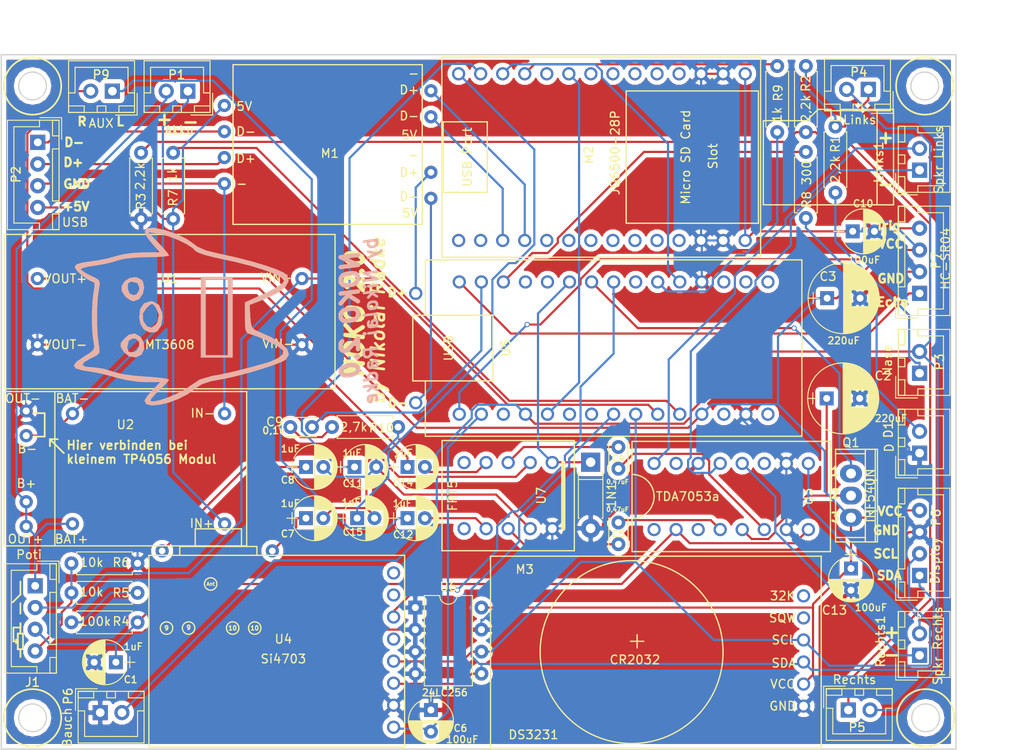
<source format=kicad_pcb>
(kicad_pcb (version 4) (host pcbnew 4.0.6+dfsg1-1)
  (layers (0 F.Cu signal) (31 B.Cu signal) (34 B.Paste user) (35 F.Paste user) (36 B.SilkS user) (37 F.SilkS user) (38 B.Mask user) (39 F.Mask user) (44 Edge.Cuts user))
  (net 0 "")
  (net 1 P1)
  (net 2 GND)
  (net 3 T8)
  (net 4 5V)
  (net 5 "Net-(C5-Pad1)")
  (net 6 "Net-(C7-Pad1)")
  (net 7 P8)
  (net 8 "Net-(C8-Pad1)")
  (net 9 P3)
  (net 10 3.3V)
  (net 11 P9)
  (net 12 "Net-(C11-Pad1)")
  (net 13 P2)
  (net 14 "Net-(C12-Pad1)")
  (net 15 "Net-(C12-Pad2)")
  (net 16 "Net-(C14-Pad1)")
  (net 17 "Net-(D1-Pad2)")
  (net 18 SDA)
  (net 19 SCL)
  (net 20 "Net-(M2-Pad18)")
  (net 21 "Net-(M2-Pad19)")
  (net 22 "Net-(M2-Pad20)")
  (net 23 "Net-(M2-Pad21)")
  (net 24 "Net-(M2-Pad22)")
  (net 25 D2)
  (net 26 D3)
  (net 27 "Net-(M2-Pad24)")
  (net 28 "Net-(M2-Pad6)")
  (net 29 "Net-(M2-Pad5)")
  (net 30 "Net-(M2-Pad2)")
  (net 31 "Net-(M2-Pad1)")
  (net 32 "Net-(M2-Pad7)")
  (net 33 "Net-(M2-Pad8)")
  (net 34 "Net-(M2-Pad9)")
  (net 35 "Net-(M2-Pad10)")
  (net 36 "Net-(M2-Pad11)")
  (net 37 "Net-(P4-Pad1)")
  (net 38 A0)
  (net 39 "Net-(P5-Pad1)")
  (net 40 D12)
  (net 41 D13)
  (net 42 D6)
  (net 43 A7)
  (net 44 "Net-(R8-Pad1)")
  (net 45 "Net-(R9-Pad2)")
  (net 46 "Net-(U3-Pad11)")
  (net 47 "Net-(U3-Pad15)")
  (net 48 "Net-(U3-Pad3)")
  (net 49 "Net-(U3-Pad1)")
  (net 50 "Net-(U4-Pad5)")
  (net 51 D5)
  (net 52 "Net-(U4-Pad7)")
  (net 53 "Net-(U4-Pad8)")
  (net 54 "Net-(U5-Pad1)")
  (net 55 "Net-(U5-Pad2)")
  (net 56 "Net-(U5-Pad18)")
  (net 57 "Net-(U5-Pad3)")
  (net 58 "Net-(U5-Pad21)")
  (net 59 "Net-(U5-Pad22)")
  (net 60 "Net-(U5-Pad11)")
  (net 61 "Net-(U5-Pad12)")
  (net 62 "Net-(U5-Pad28)")
  (net 63 "Net-(U5-Pad30)")
  (net 64 "Net-(U7-Pad6)")
  (net 65 "Net-(U7-Pad5)")
  (net 66 "Net-(J1-Pad4)")
  (net 67 "Net-(Links1-Pad1)")
  (net 68 "Net-(Links1-Pad2)")
  (net 69 "Net-(Rechts1-Pad1)")
  (net 70 "Net-(Rechts1-Pad2)")
  (net 71 A1)
  (net 72 "Net-(U5-Pad7)")
  (net 73 "Net-(P1-Pad1)")
  (net 74 A6)
  (net 75 A_D+)
  (net 76 A_D-)
  (net 77 "Net-(J1-Pad1)")
  (net 78 "Net-(C2-Pad1)")
  (net 79 "Net-(C4-Pad1)")
  (net 80 "Net-(C9-Pad1)")
  (net 81 "Net-(C9-Pad2)")
  (net 82 "Net-(C14-Pad2)")
  (net 83 "Net-(C15-Pad1)")
  (net 84 "Net-(M1-Pad3)")
  (net 85 "Net-(M1-Pad2)")
  (net 86 "Net-(M1-Pad1)")
  (net 87 "Net-(M1-Pad4)")
  (net 88 "Net-(M3-Pad5)")
  (net 89 "Net-(M3-Pad6)")
  (net 90 "Net-(P3-Pad1)")
  (net 91 "Net-(R4-Pad2)")
  (net 92 MP3_D_P)
  (net 93 MP3_D_N)
  (module Capacitors_THT:CP_Radial_D5.0mm_P2.50mm (layer F.Cu) (at 101.5 134.1 180)
    (fp_text reference C1 (at -1.7 -2 180) (layer F.SilkS) (effects (font (size 0.8 0.8))))
    (fp_text value 1uF (at -2 1.8 180) (layer F.SilkS) (effects (font (size 0.8 0.8))))
    (pad 1 thru_hole rect (at 0 0 180) (size 1.6 1.6) (drill 0.8) (layers *.Cu *.Mask) (net 3 T8))
    (pad 2 thru_hole circle (at 2.5 0 180) (size 1.6 1.6) (drill 0.8) (layers *.Cu *.Mask) (net 2 GND))
  )
  (module Capacitors_THT:CP_Radial_D5.0mm_P2.50mm (layer F.Cu) (at 186.2 123.3 270)
    (fp_text reference C13 (at 4.8 1.9 360) (layer F.SilkS))
    (fp_text value 100uF (at 4.5 -2.3 360) (layer F.SilkS) (effects (font (size 0.8 0.8))))
    (pad 1 thru_hole rect (at 0 0 270) (size 1.6 1.6) (drill 0.8) (layers *.Cu *.Mask) (net 4 5V))
    (pad 2 thru_hole circle (at 2.5 0 270) (size 1.6 1.6) (drill 0.8) (layers *.Cu *.Mask) (net 2 GND))
  )
  (module Power_Integrations:TO-220 (layer F.Cu) (at 186.2 114.9 270)
    (fp_text reference Q1 (at -6.1 0 360) (layer F.SilkS))
    (fp_text value IRF540N (at 0 -2.2 270) (layer F.SilkS))
    (pad 2 thru_hole oval (at 0 0 270) (size 2.032 2.54) (drill 1.143) (layers *.Cu *.Mask) (net 78 "Net-(C2-Pad1)"))
    (pad 3 thru_hole oval (at 2.54 0 270) (size 2.032 2.54) (drill 1.143) (layers *.Cu *.Mask) (net 4 5V))
    (pad 1 thru_hole oval (at -2.54 0 270) (size 2.032 2.54) (drill 1.143) (layers *.Cu *.Mask) (net 42 D6))
  )
  (module Resistors_THT:R_Axial_DIN0207_L6.3mm_D2.5mm_P7.62mm_Horizontal (layer F.Cu) (at 184.4 80 90)
    (fp_text reference R1 (at 5.6 0 90) (layer F.SilkS))
    (fp_text value 2,2k (at 2.7 0 90) (layer F.SilkS))
    (pad 1 thru_hole circle (at 0 0 90) (size 1.6 1.6) (drill 0.8) (layers *.Cu *.Mask) (net 90 "Net-(P3-Pad1)"))
    (pad 2 thru_hole oval (at 7.62 0 90) (size 1.6 1.6) (drill 0.8) (layers *.Cu *.Mask) (net 37 "Net-(P4-Pad1)"))
  )
  (module Resistors_THT:R_Axial_DIN0207_L6.3mm_D2.5mm_P7.62mm_Horizontal (layer F.Cu) (at 181 65.4 270)
    (fp_text reference R2 (at 2 0 270) (layer F.SilkS))
    (fp_text value 2,2k (at 4.9 0 270) (layer F.SilkS))
    (pad 1 thru_hole circle (at 0 0 270) (size 1.6 1.6) (drill 0.8) (layers *.Cu *.Mask) (net 37 "Net-(P4-Pad1)"))
    (pad 2 thru_hole oval (at 7.62 0 270) (size 1.6 1.6) (drill 0.8) (layers *.Cu *.Mask) (net 39 "Net-(P5-Pad1)"))
  )
  (module Resistors_THT:R_Axial_DIN0207_L6.3mm_D2.5mm_P7.62mm_Horizontal (layer F.Cu) (at 104.4 75.4 270)
    (fp_text reference R3 (at 5.6 0 270) (layer F.SilkS))
    (fp_text value 2,2k (at 2.7 0.1 270) (layer F.SilkS))
    (pad 1 thru_hole circle (at 0 0 270) (size 1.6 1.6) (drill 0.8) (layers *.Cu *.Mask) (net 39 "Net-(P5-Pad1)"))
    (pad 2 thru_hole oval (at 7.62 0 270) (size 1.6 1.6) (drill 0.8) (layers *.Cu *.Mask) (net 2 GND))
  )
  (module Resistors_THT:R_Axial_DIN0207_L6.3mm_D2.5mm_P7.62mm_Horizontal (layer F.Cu) (at 104 129.5 180)
    (fp_text reference R4 (at 1.9 0.1 180) (layer F.SilkS))
    (fp_text value 100k (at 4.9 0.1 180) (layer F.SilkS))
    (pad 1 thru_hole circle (at 0 0 180) (size 1.6 1.6) (drill 0.8) (layers *.Cu *.Mask) (net 3 T8))
    (pad 2 thru_hole oval (at 7.62 0 180) (size 1.6 1.6) (drill 0.8) (layers *.Cu *.Mask) (net 91 "Net-(R4-Pad2)"))
  )
  (module Resistors_THT:R_Axial_DIN0207_L6.3mm_D2.5mm_P7.62mm_Horizontal (layer F.Cu) (at 104 126.1 180)
    (fp_text reference R5 (at 1.9 0 180) (layer F.SilkS))
    (fp_text value 10k (at 5.3 0.1 180) (layer F.SilkS))
    (pad 1 thru_hole circle (at 0 0 180) (size 1.6 1.6) (drill 0.8) (layers *.Cu *.Mask) (net 91 "Net-(R4-Pad2)"))
    (pad 2 thru_hole oval (at 7.62 0 180) (size 1.6 1.6) (drill 0.8) (layers *.Cu *.Mask) (net 66 "Net-(J1-Pad4)"))
  )
  (module Resistors_THT:R_Axial_DIN0207_L6.3mm_D2.5mm_P7.62mm_Horizontal (layer F.Cu) (at 104 122.7 180)
    (fp_text reference R6 (at 1.9 0.1 180) (layer F.SilkS))
    (fp_text value 10k (at 5.3 0.1 180) (layer F.SilkS))
    (pad 1 thru_hole circle (at 0 0 180) (size 1.6 1.6) (drill 0.8) (layers *.Cu *.Mask) (net 2 GND))
    (pad 2 thru_hole oval (at 7.62 0 180) (size 1.6 1.6) (drill 0.8) (layers *.Cu *.Mask) (net 66 "Net-(J1-Pad4)"))
  )
  (module Resistors_THT:R_Axial_DIN0207_L6.3mm_D2.5mm_P7.62mm_Horizontal (layer F.Cu) (at 108.1 75.4 270)
    (fp_text reference R7 (at 5.2 0 270) (layer F.SilkS))
    (fp_text value 1k (at 2.5 0.1 270) (layer F.SilkS))
    (pad 1 thru_hole circle (at 0 0 270) (size 1.6 1.6) (drill 0.8) (layers *.Cu *.Mask) (net 43 A7))
    (pad 2 thru_hole oval (at 7.62 0 270) (size 1.6 1.6) (drill 0.8) (layers *.Cu *.Mask) (net 86 "Net-(M1-Pad1)"))
  )
  (module Resistors_THT:R_Axial_DIN0207_L6.3mm_D2.5mm_P7.62mm_Horizontal (layer F.Cu) (at 181 75.3 270)
    (fp_text reference R8 (at 5.5 -0.1 450) (layer F.SilkS))
    (fp_text value 300 (at 2.4 -0.1 270) (layer F.SilkS))
    (pad 1 thru_hole circle (at 0 0 270) (size 1.6 1.6) (drill 0.8) (layers *.Cu *.Mask) (net 44 "Net-(R8-Pad1)"))
    (pad 2 thru_hole oval (at 7.62 0 270) (size 1.6 1.6) (drill 0.8) (layers *.Cu *.Mask) (net 17 "Net-(D1-Pad2)"))
  )
  (module Resistors_THT:R_Axial_DIN0207_L6.3mm_D2.5mm_P7.62mm_Horizontal (layer F.Cu) (at 177.7 65.4 270)
    (fp_text reference R9 (at 3.1 -0.1 270) (layer F.SilkS))
    (fp_text value 1k (at 5.6 0 270) (layer F.SilkS))
    (pad 1 thru_hole circle (at 0 0 270) (size 1.6 1.6) (drill 0.8) (layers *.Cu *.Mask) (net 26 D3))
    (pad 2 thru_hole oval (at 7.62 0 270) (size 1.6 1.6) (drill 0.8) (layers *.Cu *.Mask) (net 45 "Net-(R9-Pad2)"))
  )
  (module Connectors_JST:JST_XH_B04B-XH-A_04x2.50mm_Straight (layer F.Cu) (at 92.2 125.3 270)
    (fp_text reference J1 (at 11.1 0.3 360) (layer F.SilkS))
    (fp_text value Poti (at -3.6 0.7 360) (layer F.SilkS))
    (fp_text user %R (at 11.1 0.3 360) (layer F.SilkS))
    (pad 1 thru_hole rect (at 0 0 270) (size 1.75 1.75) (drill 0.9) (layers *.Cu *.Mask) (net 77 "Net-(J1-Pad1)"))
    (pad 2 thru_hole circle (at 2.5 0 270) (size 1.75 1.75) (drill 0.9) (layers *.Cu *.Mask) (net 74 A6))
    (pad 3 thru_hole circle (at 5 0 270) (size 1.75 1.75) (drill 0.9) (layers *.Cu *.Mask) (net 3 T8))
    (pad 4 thru_hole circle (at 7.5 0 270) (size 1.75 1.75) (drill 0.9) (layers *.Cu *.Mask) (net 66 "Net-(J1-Pad4)"))
  )
  (module Connectors_JST:JST_XH_B02B-XH-A_02x2.50mm_Straight (layer F.Cu) (at 185.9 139.6)
    (fp_text reference P5 (at 1 2) (layer F.SilkS))
    (fp_text value Rechts (at 0.7 -3.5) (layer F.SilkS))
    (fp_text user %R (at 1 2) (layer F.SilkS))
    (pad 1 thru_hole rect (at 0 0) (size 1.75 1.75) (drill 1) (layers *.Cu *.Mask) (net 39 "Net-(P5-Pad1)"))
    (pad 2 thru_hole circle (at 2.5 0) (size 1.75 1.75) (drill 1) (layers *.Cu *.Mask) (net 38 A0))
  )
  (module Connectors_JST:JST_XH_B02B-XH-A_02x2.50mm_Straight (layer F.Cu) (at 109.8 68.3 180)
    (fp_text reference P1 (at 1.3 1.9 180) (layer F.SilkS))
    (fp_text value Akku (at 1 -4.5 180) (layer F.SilkS))
    (fp_text user %R (at 1.3 1.9 180) (layer F.SilkS))
    (pad 1 thru_hole rect (at 0 0 180) (size 1.75 1.75) (drill 1) (layers *.Cu *.Mask) (net 73 "Net-(P1-Pad1)"))
    (pad 2 thru_hole circle (at 2.5 0 180) (size 1.75 1.75) (drill 1) (layers *.Cu *.Mask) (net 77 "Net-(J1-Pad1)"))
  )
  (module Connectors_JST:JST_XH_B02B-XH-A_02x2.50mm_Straight (layer F.Cu) (at 194.1 110 90)
    (fp_text reference D1 (at 2.7 -3.6 90) (layer F.SilkS))
    (fp_text value D (at 0.6 -3.5 90) (layer F.SilkS))
    (fp_text user %R (at 2.7 -3.6 90) (layer F.SilkS))
    (pad 1 thru_hole rect (at 0 0 90) (size 1.75 1.75) (drill 1) (layers *.Cu *.Mask) (net 2 GND))
    (pad 2 thru_hole circle (at 2.5 0 90) (size 1.75 1.75) (drill 1) (layers *.Cu *.Mask) (net 17 "Net-(D1-Pad2)"))
  )
  (module NOKO_Wetimer:TDA7053a (layer F.Cu) (at 172.4 115 90)
    (fp_text reference U3 (at 0 8.89 90) (layer F.SilkS))
    (fp_text value TDA7053a (at 0 -5 180) (layer F.SilkS))
    (pad 12 thru_hole circle (at 3.81 1.27 90) (size 1.524 1.524) (drill 1) (layers *.Cu *.Mask) (net 69 "Net-(Rechts1-Pad1)"))
    (pad 11 thru_hole circle (at 3.81 3.81 90) (size 1.524 1.524) (drill 1) (layers *.Cu *.Mask) (net 46 "Net-(U3-Pad11)"))
    (pad 10 thru_hole circle (at 3.81 6.35 90) (size 1.524 1.524) (drill 1) (layers *.Cu *.Mask) (net 2 GND))
    (pad 9 thru_hole circle (at 3.81 8.89 90) (size 1.524 1.524) (drill 1) (layers *.Cu *.Mask) (net 70 "Net-(Rechts1-Pad2)"))
    (pad 13 thru_hole circle (at 3.81 -1.27 90) (size 1.524 1.524) (drill 1) (layers *.Cu *.Mask) (net 67 "Net-(Links1-Pad1)"))
    (pad 14 thru_hole circle (at 3.81 -3.81 90) (size 1.524 1.524) (drill 1) (layers *.Cu *.Mask) (net 2 GND))
    (pad 15 thru_hole circle (at 3.81 -6.35 90) (size 1.524 1.524) (drill 1) (layers *.Cu *.Mask) (net 47 "Net-(U3-Pad15)"))
    (pad 16 thru_hole circle (at 3.81 -8.89 90) (size 1.524 1.524) (drill 1) (layers *.Cu *.Mask) (net 68 "Net-(Links1-Pad2)"))
    (pad 8 thru_hole circle (at -3.81 8.89 90) (size 1.524 1.524) (drill 1) (layers *.Cu *.Mask) (net 3 T8))
    (pad 7 thru_hole circle (at -3.81 6.35 90) (size 1.524 1.524) (drill 1) (layers *.Cu *.Mask) (net 2 GND))
    (pad 6 thru_hole circle (at -3.81 3.81 90) (size 1.524 1.524) (drill 1) (layers *.Cu *.Mask) (net 79 "Net-(C4-Pad1)"))
    (pad 5 thru_hole circle (at -3.81 1.27 90) (size 1.524 1.524) (drill 1) (layers *.Cu *.Mask) (net 78 "Net-(C2-Pad1)"))
    (pad 4 thru_hole circle (at -3.81 -1.27 90) (size 1.524 1.524) (drill 1) (layers *.Cu *.Mask) (net 5 "Net-(C5-Pad1)"))
    (pad 3 thru_hole circle (at -3.81 -3.81 90) (size 1.524 1.524) (drill 1) (layers *.Cu *.Mask) (net 48 "Net-(U3-Pad3)"))
    (pad 2 thru_hole circle (at -3.81 -6.35 90) (size 1.524 1.524) (drill 1) (layers *.Cu *.Mask) (net 3 T8))
    (pad 1 thru_hole circle (at -3.81 -8.89 90) (size 1.524 1.524) (drill 1) (layers *.Cu *.Mask) (net 49 "Net-(U3-Pad1)"))
  )
  (module Connectors_JST:JST_XH_B02B-XH-A_02x2.50mm_Straight (layer F.Cu) (at 194.1 100.8 90)
    (fp_text reference P3 (at 1.3 2.3 90) (layer F.SilkS))
    (fp_text value Nase (at 1.5 -3.7 90) (layer F.SilkS))
    (fp_text user %R (at 1.3 2.3 90) (layer F.SilkS))
    (pad 1 thru_hole rect (at 0 0 90) (size 1.75 1.75) (drill 1) (layers *.Cu *.Mask) (net 90 "Net-(P3-Pad1)"))
    (pad 2 thru_hole circle (at 2.5 0 90) (size 1.75 1.75) (drill 1) (layers *.Cu *.Mask) (net 38 A0))
  )
  (module Resistors_THT:R_Axial_DIN0207_L6.3mm_D2.5mm_P7.62mm_Horizontal (layer F.Cu) (at 126.4 107)
    (fp_text reference R10 (at 5.7 0.1) (layer F.SilkS))
    (fp_text value 2,7k (at 2.5 0) (layer F.SilkS))
    (pad 1 thru_hole circle (at 0 0) (size 1.6 1.6) (drill 0.8) (layers *.Cu *.Mask) (net 81 "Net-(C9-Pad2)"))
    (pad 2 thru_hole oval (at 7.62 0) (size 1.6 1.6) (drill 0.8) (layers *.Cu *.Mask) (net 13 P2))
  )
  (module Housings_DIP:DIP-8_W7.62mm (layer F.Cu) (at 136 127.8)
    (fp_text reference U6 (at 3.81 -2.39) (layer F.SilkS))
    (fp_text value 24LC256 (at 3.4 9.8) (layer F.SilkS) (effects (font (size 0.8 0.8))))
    (pad 1 thru_hole rect (at 0 0) (size 1.6 1.6) (drill 0.8) (layers *.Cu *.Mask) (net 2 GND))
    (pad 5 thru_hole oval (at 7.62 7.62) (size 1.6 1.6) (drill 0.8) (layers *.Cu *.Mask) (net 18 SDA))
    (pad 2 thru_hole oval (at 0 2.54) (size 1.6 1.6) (drill 0.8) (layers *.Cu *.Mask) (net 2 GND))
    (pad 6 thru_hole oval (at 7.62 5.08) (size 1.6 1.6) (drill 0.8) (layers *.Cu *.Mask) (net 19 SCL))
    (pad 3 thru_hole oval (at 0 5.08) (size 1.6 1.6) (drill 0.8) (layers *.Cu *.Mask) (net 2 GND))
    (pad 7 thru_hole oval (at 7.62 2.54) (size 1.6 1.6) (drill 0.8) (layers *.Cu *.Mask) (net 2 GND))
    (pad 4 thru_hole oval (at 0 7.62) (size 1.6 1.6) (drill 0.8) (layers *.Cu *.Mask) (net 2 GND))
    (pad 8 thru_hole oval (at 7.62 0) (size 1.6 1.6) (drill 0.8) (layers *.Cu *.Mask) (net 4 5V))
  )
  (module NOKO_Wetimer:Printrelais_ST03 (layer F.Cu) (at 146.7 114.9 90)
    (fp_text reference U7 (at 0 3.81 90) (layer F.SilkS))
    (fp_text value FRT5 (at 0 -6.4 90) (layer F.SilkS))
    (pad 3 thru_hole circle (at 3.81 0 90) (size 1.524 1.524) (drill 1) (layers *.Cu *.Mask) (net 7 P8))
    (pad 2 thru_hole circle (at 3.81 2.54 90) (size 1.524 1.524) (drill 1) (layers *.Cu *.Mask) (net 11 P9))
    (pad 1 thru_hole circle (at 3.81 5.08 90) (size 1.524 1.524) (drill 1) (layers *.Cu *.Mask) (net 1 P1))
    (pad 4 thru_hole circle (at 3.81 -2.54 90) (size 1.524 1.524) (drill 1) (layers *.Cu *.Mask) (net 82 "Net-(C14-Pad2)"))
    (pad 5 thru_hole circle (at 3.81 -5.08 90) (size 1.524 1.524) (drill 1) (layers *.Cu *.Mask) (net 65 "Net-(U7-Pad5)"))
    (pad 8 thru_hole circle (at -3.81 0 90) (size 1.524 1.524) (drill 1) (layers *.Cu *.Mask) (net 9 P3))
    (pad 9 thru_hole circle (at -3.81 2.54 90) (size 1.524 1.524) (drill 1) (layers *.Cu *.Mask) (net 13 P2))
    (pad 10 thru_hole circle (at -3.81 5.08 90) (size 1.524 1.524) (drill 1) (layers *.Cu *.Mask) (net 2 GND))
    (pad 7 thru_hole circle (at -3.81 -2.54 90) (size 1.524 1.524) (drill 1) (layers *.Cu *.Mask) (net 15 "Net-(C12-Pad2)"))
    (pad 6 thru_hole circle (at -3.81 -5.08 90) (size 1.524 1.524) (drill 1) (layers *.Cu *.Mask) (net 64 "Net-(U7-Pad6)"))
  )
  (module Connectors_JST:JST_XH_B02B-XH-A_02x2.50mm_Straight (layer F.Cu) (at 188.2 68.1 180)
    (fp_text reference P4 (at 1.1 2 180) (layer F.SilkS))
    (fp_text value Links (at 1 -3.5 180) (layer F.SilkS))
    (fp_text user %R (at 1.1 2 180) (layer F.SilkS))
    (pad 1 thru_hole rect (at 0 0 180) (size 1.75 1.75) (drill 1) (layers *.Cu *.Mask) (net 37 "Net-(P4-Pad1)"))
    (pad 2 thru_hole circle (at 2.5 0 180) (size 1.75 1.75) (drill 1) (layers *.Cu *.Mask) (net 38 A0))
  )
  (module Connectors_JST:JST_XH_B02B-XH-A_02x2.50mm_Straight (layer F.Cu) (at 99.7 139.9)
    (fp_text reference P6 (at -3.7 -1.9 90) (layer F.SilkS))
    (fp_text value Bauch (at -3.8 1.7 90) (layer F.SilkS))
    (fp_text user %R (at -3.7 -1.9 90) (layer F.SilkS))
    (pad 1 thru_hole rect (at 0 0) (size 1.75 1.75) (drill 1) (layers *.Cu *.Mask) (net 2 GND))
    (pad 2 thru_hole circle (at 2.5 0) (size 1.75 1.75) (drill 1) (layers *.Cu *.Mask) (net 38 A0))
  )
  (module Connectors_JST:JST_XH_B02B-XH-A_02x2.50mm_Straight (layer F.Cu) (at 101.1 68.3 180)
    (fp_text reference P9 (at 1.3 1.9 180) (layer F.SilkS))
    (fp_text value AUX (at 1.3 -3.7 180) (layer F.SilkS))
    (fp_text user %R (at 1.3 1.9 180) (layer F.SilkS))
    (pad 1 thru_hole rect (at 0 0 180) (size 1.75 1.75) (drill 1) (layers *.Cu *.Mask) (net 14 "Net-(C12-Pad1)"))
    (pad 2 thru_hole circle (at 2.5 0 180) (size 1.75 1.75) (drill 1) (layers *.Cu *.Mask) (net 16 "Net-(C14-Pad1)"))
  )
  (module Connectors_JST:JST_XH_B02B-XH-A_02x2.50mm_Straight (layer F.Cu) (at 194.1 77.4 90)
    (fp_text reference Links1 (at 0.9 -4.7 90) (layer F.SilkS))
    (fp_text value "Spkr Links" (at 1.2 2.2 90) (layer F.SilkS))
    (fp_text user %R (at 0.9 -4.7 90) (layer F.SilkS))
    (pad 1 thru_hole rect (at 0 0 90) (size 1.75 1.75) (drill 1) (layers *.Cu *.Mask) (net 67 "Net-(Links1-Pad1)"))
    (pad 2 thru_hole circle (at 2.5 0 90) (size 1.75 1.75) (drill 1) (layers *.Cu *.Mask) (net 68 "Net-(Links1-Pad2)"))
  )
  (module Connectors_JST:JST_XH_B04B-XH-A_04x2.50mm_Straight (layer F.Cu) (at 194.1 91.6 90)
    (fp_text reference P7 (at 3.8 1.9 90) (layer F.SilkS))
    (fp_text value HC-SR04 (at 4 3 90) (layer F.SilkS))
    (fp_text user %R (at 3.8 1.9 90) (layer F.SilkS))
    (pad 1 thru_hole rect (at 0 0 90) (size 1.75 1.75) (drill 0.9) (layers *.Cu *.Mask) (net 40 D12))
    (pad 2 thru_hole circle (at 2.5 0 90) (size 1.75 1.75) (drill 0.9) (layers *.Cu *.Mask) (net 2 GND))
    (pad 3 thru_hole circle (at 5 0 90) (size 1.75 1.75) (drill 0.9) (layers *.Cu *.Mask) (net 4 5V))
    (pad 4 thru_hole circle (at 7.5 0 90) (size 1.75 1.75) (drill 0.9) (layers *.Cu *.Mask) (net 41 D13))
  )
  (module Capacitors_THT:CP_Radial_D5.0mm_P2.00mm (layer F.Cu) (at 123.4 111.6)
    (fp_text reference C8 (at -2.1 1.5) (layer F.SilkS) (effects (font (size 0.8 0.8))))
    (fp_text value 1uF (at -1.8 -2.1) (layer F.SilkS) (effects (font (size 0.8 0.8))))
    (pad 1 thru_hole rect (at 0 0) (size 1.6 1.6) (drill 0.8) (layers *.Cu *.Mask) (net 8 "Net-(C8-Pad1)"))
    (pad 2 thru_hole circle (at 2 0) (size 1.6 1.6) (drill 0.8) (layers *.Cu *.Mask) (net 13 P2))
  )
  (module Capacitors_THT:C_Disc_D3.4mm_W2.1mm_P2.50mm (layer F.Cu) (at 159.4 111.8 90)
    (fp_text reference C4 (at 1.2 0 180) (layer F.SilkS) (effects (font (size 0.8 0.8))))
    (fp_text value 0,47uF (at -1.5 -0.1 180) (layer F.SilkS) (effects (font (size 0.5 0.5) (thickness 0.125))))
    (pad 1 thru_hole circle (at 0 0 90) (size 1.6 1.6) (drill 0.8) (layers *.Cu *.Mask) (net 79 "Net-(C4-Pad1)"))
    (pad 2 thru_hole circle (at 2.5 0 90) (size 1.6 1.6) (drill 0.8) (layers *.Cu *.Mask) (net 7 P8))
  )
  (module Capacitors_THT:C_Disc_D3.4mm_W2.1mm_P2.50mm (layer F.Cu) (at 124.1 107 180)
    (fp_text reference C9 (at 4.3 0.6 180) (layer F.SilkS))
    (fp_text value 0,1u (at 4.4 -0.4 180) (layer F.SilkS) (effects (font (size 0.8 0.8))))
    (pad 1 thru_hole circle (at 0 0 180) (size 1.6 1.6) (drill 0.8) (layers *.Cu *.Mask) (net 80 "Net-(C9-Pad1)"))
    (pad 2 thru_hole circle (at 2.5 0 180) (size 1.6 1.6) (drill 0.8) (layers *.Cu *.Mask) (net 81 "Net-(C9-Pad2)"))
  )
  (module Capacitors_THT:C_Disc_D3.4mm_W2.1mm_P2.50mm (layer F.Cu) (at 159.4 118 270)
    (fp_text reference C5 (at 1.3 0 360) (layer F.SilkS) (effects (font (size 0.8 0.8))))
    (fp_text value 0,47uF (at -1.5 0.1 360) (layer F.SilkS) (effects (font (size 0.5 0.5) (thickness 0.125))))
    (pad 1 thru_hole circle (at 0 0 270) (size 1.6 1.6) (drill 0.8) (layers *.Cu *.Mask) (net 5 "Net-(C5-Pad1)"))
    (pad 2 thru_hole circle (at 2.5 0 270) (size 1.6 1.6) (drill 0.8) (layers *.Cu *.Mask) (net 9 P3))
  )
  (module Connectors_JST:JST_XH_B04B-XH-A_04x2.50mm_Straight (layer F.Cu) (at 92.5 74.2 270)
    (fp_text reference P2 (at 3.7 2.5 270) (layer F.SilkS))
    (fp_text value USB (at 9.2 -4.3 360) (layer F.SilkS))
    (fp_text user %R (at 3.7 2.5 270) (layer F.SilkS))
    (pad 1 thru_hole rect (at 0 0 270) (size 1.75 1.75) (drill 0.9) (layers *.Cu *.Mask) (net 85 "Net-(M1-Pad2)"))
    (pad 2 thru_hole circle (at 2.5 0 270) (size 1.75 1.75) (drill 0.9) (layers *.Cu *.Mask) (net 84 "Net-(M1-Pad3)"))
    (pad 3 thru_hole circle (at 5 0 270) (size 1.75 1.75) (drill 0.9) (layers *.Cu *.Mask) (net 87 "Net-(M1-Pad4)"))
    (pad 4 thru_hole circle (at 7.5 0 270) (size 1.75 1.75) (drill 0.9) (layers *.Cu *.Mask) (net 86 "Net-(M1-Pad1)"))
  )
  (module Connectors_JST:JST_XH_B04B-XH-A_04x2.50mm_Straight (layer F.Cu) (at 194.1 124.1 90)
    (fp_text reference P8 (at 6.7 1.9 90) (layer F.SilkS))
    (fp_text value Display (at 1.7 1.8 90) (layer F.SilkS))
    (fp_text user %R (at 6.7 1.9 90) (layer F.SilkS))
    (pad 1 thru_hole rect (at 0 0 90) (size 1.75 1.75) (drill 0.9) (layers *.Cu *.Mask) (net 18 SDA))
    (pad 2 thru_hole circle (at 2.5 0 90) (size 1.75 1.75) (drill 0.9) (layers *.Cu *.Mask) (net 19 SCL))
    (pad 3 thru_hole circle (at 5 0 90) (size 1.75 1.75) (drill 0.9) (layers *.Cu *.Mask) (net 2 GND))
    (pad 4 thru_hole circle (at 7.5 0 90) (size 1.75 1.75) (drill 0.9) (layers *.Cu *.Mask) (net 4 5V))
  )
  (module Capacitors_THT:CP_Radial_D8.0mm_P3.80mm (layer F.Cu) (at 183.4 103.7)
    (fp_text reference C2 (at 6.5 -2.6) (layer F.SilkS))
    (fp_text value 220uF (at 7.4 2.3) (layer F.SilkS) (effects (font (size 0.8 0.8))))
    (pad 1 thru_hole rect (at 0 0) (size 1.6 1.6) (drill 0.8) (layers *.Cu *.Mask) (net 78 "Net-(C2-Pad1)"))
    (pad 2 thru_hole circle (at 3.8 0) (size 1.6 1.6) (drill 0.8) (layers *.Cu *.Mask) (net 2 GND))
  )
  (module Capacitors_THT:CP_Radial_D8.0mm_P3.80mm (layer F.Cu) (at 183.45 92.15)
    (fp_text reference C3 (at 0.1 -2.5) (layer F.SilkS))
    (fp_text value 220uF (at 1.9 4.9) (layer F.SilkS) (effects (font (size 0.8 0.8))))
    (pad 1 thru_hole rect (at 0 0) (size 1.6 1.6) (drill 0.8) (layers *.Cu *.Mask) (net 4 5V))
    (pad 2 thru_hole circle (at 3.8 0) (size 1.6 1.6) (drill 0.8) (layers *.Cu *.Mask) (net 2 GND))
  )
  (module Capacitors_THT:CP_Radial_D5.0mm_P2.50mm (layer F.Cu) (at 137.8 139.6 270)
    (fp_text reference C6 (at 2.1 -3.4 360) (layer F.SilkS) (effects (font (size 0.8 0.8))))
    (fp_text value 100uF (at 3.4 -3.6 360) (layer F.SilkS) (effects (font (size 0.8 0.8))))
    (pad 1 thru_hole rect (at 0 0 270) (size 1.6 1.6) (drill 0.8) (layers *.Cu *.Mask) (net 2 GND))
    (pad 2 thru_hole circle (at 2.5 0 270) (size 1.6 1.6) (drill 0.8) (layers *.Cu *.Mask) (net 10 3.3V))
  )
  (module Capacitors_THT:CP_Radial_D5.0mm_P2.00mm (layer F.Cu) (at 123.4 117.5)
    (fp_text reference C7 (at -2.1 1.8) (layer F.SilkS) (effects (font (size 0.8 0.8))))
    (fp_text value 1uF (at -1.8 -1.7) (layer F.SilkS) (effects (font (size 0.8 0.8))))
    (pad 1 thru_hole rect (at 0 0) (size 1.6 1.6) (drill 0.8) (layers *.Cu *.Mask) (net 6 "Net-(C7-Pad1)"))
    (pad 2 thru_hole circle (at 2 0) (size 1.6 1.6) (drill 0.8) (layers *.Cu *.Mask) (net 11 P9))
  )
  (module Capacitors_THT:CP_Radial_D5.0mm_P2.50mm (layer F.Cu) (at 186.4 84.45)
    (fp_text reference C10 (at 1.2 -3.2) (layer F.SilkS) (effects (font (size 0.8 0.8))))
    (fp_text value 100uF (at 1.3 3.3) (layer F.SilkS) (effects (font (size 0.8 0.8))))
    (pad 1 thru_hole rect (at 0 0) (size 1.6 1.6) (drill 0.8) (layers *.Cu *.Mask) (net 4 5V))
    (pad 2 thru_hole circle (at 2.5 0) (size 1.6 1.6) (drill 0.8) (layers *.Cu *.Mask) (net 2 GND))
  )
  (module Capacitors_THT:CP_Radial_D5.0mm_P2.50mm (layer F.Cu) (at 129 111.6)
    (fp_text reference C11 (at -0.2 1.9) (layer F.SilkS) (effects (font (size 0.8 0.8))))
    (fp_text value 1uF (at -0.3 -1.6) (layer F.SilkS) (effects (font (size 0.8 0.8))))
    (pad 1 thru_hole rect (at 0 0) (size 1.6 1.6) (drill 0.8) (layers *.Cu *.Mask) (net 12 "Net-(C11-Pad1)"))
    (pad 2 thru_hole circle (at 2.5 0) (size 1.6 1.6) (drill 0.8) (layers *.Cu *.Mask) (net 13 P2))
  )
  (module Capacitors_THT:CP_Radial_D5.0mm_P2.00mm (layer F.Cu) (at 135.1 117.5)
    (fp_text reference C12 (at -0.5 1.9) (layer F.SilkS) (effects (font (size 0.8 0.8))))
    (fp_text value 1uF (at -0.6 -1.7) (layer F.SilkS) (effects (font (size 0.8 0.8))))
    (pad 1 thru_hole rect (at 0 0) (size 1.6 1.6) (drill 0.8) (layers *.Cu *.Mask) (net 14 "Net-(C12-Pad1)"))
    (pad 2 thru_hole circle (at 2 0) (size 1.6 1.6) (drill 0.8) (layers *.Cu *.Mask) (net 15 "Net-(C12-Pad2)"))
  )
  (module Capacitors_THT:CP_Radial_D5.0mm_P2.00mm (layer F.Cu) (at 135.1 111.6)
    (fp_text reference C14 (at -0.5 1.8) (layer F.SilkS) (effects (font (size 0.8 0.8))))
    (fp_text value 1uF (at -0.5 -1.6) (layer F.SilkS) (effects (font (size 0.8 0.8))))
    (pad 1 thru_hole rect (at 0 0) (size 1.6 1.6) (drill 0.8) (layers *.Cu *.Mask) (net 16 "Net-(C14-Pad1)"))
    (pad 2 thru_hole circle (at 2 0) (size 1.6 1.6) (drill 0.8) (layers *.Cu *.Mask) (net 82 "Net-(C14-Pad2)"))
  )
  (module Capacitors_THT:CP_Radial_D5.0mm_P2.00mm (layer F.Cu) (at 129.3 117.5)
    (fp_text reference C15 (at -0.5 1.6) (layer F.SilkS) (effects (font (size 0.8 0.8))))
    (fp_text value 1uF (at -0.7 -1.8) (layer F.SilkS) (effects (font (size 0.8 0.8))))
    (pad 1 thru_hole rect (at 0 0) (size 1.6 1.6) (drill 0.8) (layers *.Cu *.Mask) (net 83 "Net-(C15-Pad1)"))
    (pad 2 thru_hole circle (at 2 0) (size 1.6 1.6) (drill 0.8) (layers *.Cu *.Mask) (net 11 P9))
  )
  (module Connectors_JST:JST_XH_B02B-XH-A_02x2.50mm_Straight (layer F.Cu) (at 194.1 133.3 90)
    (fp_text reference Rechts1 (at 1.6 -4.5 90) (layer F.SilkS))
    (fp_text value "Spkr Rechts" (at 1.1 2.1 90) (layer F.SilkS))
    (fp_text user %R (at 1.6 -4.5 90) (layer F.SilkS))
    (pad 1 thru_hole rect (at 0 0 90) (size 1.75 1.75) (drill 1) (layers *.Cu *.Mask) (net 69 "Net-(Rechts1-Pad1)"))
    (pad 2 thru_hole circle (at 2.5 0 90) (size 1.75 1.75) (drill 1) (layers *.Cu *.Mask) (net 70 "Net-(Rechts1-Pad2)"))
  )
  (module NOKO_Wetimer:MT3608 (layer F.Cu) (at 107.7 93.7 180)
    (fp_text reference U1 (at 0 3.81 180) (layer F.SilkS))
    (fp_text value MT3608 (at 0 -3.81 180) (layer F.SilkS))
    (fp_text user VOUT- (at 12 -3.8 180) (layer F.SilkS))
    (fp_text user VOUT+ (at 12 3.8 180) (layer F.SilkS))
    (fp_text user VIN- (at -12.5 -3.7 180) (layer F.SilkS))
    (fp_text user VIN+ (at -12.3 3.9 180) (layer F.SilkS))
    (pad 2 thru_hole circle (at -15.24 -3.81 180) (size 1.524 1.524) (drill 0.8) (layers *.Cu *.Mask) (net 2 GND))
    (pad 1 thru_hole circle (at -15.24 3.81 180) (size 1.524 1.524) (drill 0.8) (layers *.Cu *.Mask) (net 74 A6))
    (pad 4 thru_hole circle (at 15.24 -3.81 180) (size 1.524 1.524) (drill 0.8) (layers *.Cu *.Mask) (net 2 GND))
    (pad 3 thru_hole circle (at 15.24 3.81 180) (size 1.524 1.524) (drill 0.8) (layers *.Cu *.Mask) (net 4 5V))
  )
  (module NOKO_2:JQ6500-28P (layer F.Cu) (at 157.5 75.9 90)
    (fp_text reference M2 (at 0.254 -1.524 90) (layer F.SilkS))
    (fp_text value JQ6500-28P (at 0.508 1.524 90) (layer F.SilkS))
    (fp_text user Slot (at 0.1 12.8 90) (layer F.SilkS))
    (fp_text user "Micro SD Card" (at 0 9.652 90) (layer F.SilkS))
    (fp_text user "USB Port" (at 0 -15.494 90) (layer F.SilkS))
    (pad 28 thru_hole circle (at 9.6015 -16.51 90) (size 1.524 1.524) (drill 1) (layers *.Cu *.Mask) (net 83 "Net-(C15-Pad1)"))
    (pad 27 thru_hole circle (at 9.6015 -13.97 90) (size 1.524 1.524) (drill 1) (layers *.Cu *.Mask) (net 12 "Net-(C11-Pad1)"))
    (pad 26 thru_hole circle (at 9.6015 -11.43 90) (size 1.524 1.524) (drill 1) (layers *.Cu *.Mask) (net 25 D2))
    (pad 25 thru_hole circle (at 9.6015 -8.89 90) (size 1.524 1.524) (drill 1) (layers *.Cu *.Mask) (net 26 D3))
    (pad 24 thru_hole circle (at 9.6015 -6.35 90) (size 1.524 1.524) (drill 1) (layers *.Cu *.Mask) (net 27 "Net-(M2-Pad24)"))
    (pad 23 thru_hole circle (at 9.6015 -3.81 90) (size 1.524 1.524) (drill 1) (layers *.Cu *.Mask) (net 71 A1))
    (pad 22 thru_hole circle (at 9.6015 -1.27 90) (size 1.524 1.524) (drill 1) (layers *.Cu *.Mask) (net 24 "Net-(M2-Pad22)"))
    (pad 21 thru_hole circle (at 9.6015 1.27 90) (size 1.524 1.524) (drill 1) (layers *.Cu *.Mask) (net 23 "Net-(M2-Pad21)"))
    (pad 15 thru_hole circle (at 9.6015 16.51 90) (size 1.524 1.524) (drill 1) (layers *.Cu *.Mask) (net 4 5V))
    (pad 16 thru_hole circle (at 9.6015 13.97 90) (size 1.524 1.524) (drill 1) (layers *.Cu *.Mask) (net 2 GND))
    (pad 17 thru_hole circle (at 9.6015 11.43 90) (size 1.524 1.524) (drill 1) (layers *.Cu *.Mask) (net 2 GND))
    (pad 18 thru_hole circle (at 9.6015 8.89 90) (size 1.524 1.524) (drill 1) (layers *.Cu *.Mask) (net 20 "Net-(M2-Pad18)"))
    (pad 19 thru_hole circle (at 9.6015 6.35 90) (size 1.524 1.524) (drill 1) (layers *.Cu *.Mask) (net 21 "Net-(M2-Pad19)"))
    (pad 20 thru_hole circle (at 9.6015 3.81 90) (size 1.524 1.524) (drill 1) (layers *.Cu *.Mask) (net 22 "Net-(M2-Pad20)"))
    (pad 9 thru_hole circle (at -9.6015 3.81 90) (size 1.524 1.524) (drill 1) (layers *.Cu *.Mask) (net 34 "Net-(M2-Pad9)"))
    (pad 10 thru_hole circle (at -9.6015 6.35 90) (size 1.524 1.524) (drill 1) (layers *.Cu *.Mask) (net 35 "Net-(M2-Pad10)"))
    (pad 11 thru_hole circle (at -9.6015 8.89 90) (size 1.524 1.524) (drill 1) (layers *.Cu *.Mask) (net 36 "Net-(M2-Pad11)"))
    (pad 12 thru_hole circle (at -9.6015 11.43 90) (size 1.524 1.524) (drill 1) (layers *.Cu *.Mask) (net 2 GND))
    (pad 13 thru_hole circle (at -9.6015 13.97 90) (size 1.524 1.524) (drill 1) (layers *.Cu *.Mask) (net 2 GND))
    (pad 14 thru_hole circle (at -9.6015 16.51 90) (size 1.524 1.524) (drill 1) (layers *.Cu *.Mask) (net 4 5V))
    (pad 8 thru_hole circle (at -9.6015 1.27 90) (size 1.524 1.524) (drill 1) (layers *.Cu *.Mask) (net 33 "Net-(M2-Pad8)"))
    (pad 7 thru_hole circle (at -9.6015 -1.27 90) (size 1.524 1.524) (drill 1) (layers *.Cu *.Mask) (net 32 "Net-(M2-Pad7)"))
    (pad 6 thru_hole circle (at -9.6015 -3.81 90) (size 1.524 1.524) (drill 1) (layers *.Cu *.Mask) (net 28 "Net-(M2-Pad6)"))
    (pad 5 thru_hole circle (at -9.6015 -6.35 90) (size 1.524 1.524) (drill 1) (layers *.Cu *.Mask) (net 29 "Net-(M2-Pad5)"))
    (pad 4 thru_hole circle (at -9.6015 -8.89 90) (size 1.524 1.524) (drill 1) (layers *.Cu *.Mask) (net 92 MP3_D_P))
    (pad 3 thru_hole circle (at -9.6015 -11.43 90) (size 1.524 1.524) (drill 1) (layers *.Cu *.Mask) (net 93 MP3_D_N))
    (pad 2 thru_hole circle (at -9.6015 -13.97 90) (size 1.524 1.524) (drill 1) (layers *.Cu *.Mask) (net 30 "Net-(M2-Pad2)"))
    (pad 1 thru_hole circle (at -9.6015 -16.51 90) (size 1.524 1.524) (drill 1) (layers *.Cu *.Mask) (net 31 "Net-(M2-Pad1)"))
  )
  (module NOKO_2:DS3231 (layer F.Cu) (at 162.7 132.8 180)
    (fp_text reference M3 (at 14.097 9.398 180) (layer F.SilkS))
    (fp_text value DS3231 (at 13.081 -9.652 180) (layer F.SilkS))
    (fp_text user + (at 1.143 1.27 180) (layer F.SilkS) (effects (font (size 2 2))))
    (fp_text user CR2032 (at 1.397 -1.016 180) (layer F.SilkS))
    (fp_text user 32K (at -15.621 6.35 180) (layer F.SilkS))
    (fp_text user SQW (at -15.621 3.81 180) (layer F.SilkS))
    (fp_text user SCL (at -15.748 1.27 180) (layer F.SilkS))
    (fp_text user SDA (at -15.748 -1.397 180) (layer F.SilkS))
    (fp_text user VCC (at -15.621 -3.81 180) (layer F.SilkS))
    (fp_text user GND (at -15.621 -6.35 180) (layer F.SilkS))
    (pad 3 thru_hole circle (at -18.034 -1.27 180) (size 1.524 1.524) (drill 1) (layers *.Cu *.Mask) (net 18 SDA))
    (pad 2 thru_hole circle (at -18.034 -3.81 180) (size 1.524 1.524) (drill 1) (layers *.Cu *.Mask) (net 4 5V))
    (pad 1 thru_hole circle (at -18.034 -6.35 180) (size 1.524 1.524) (drill 1) (layers *.Cu *.Mask) (net 2 GND))
    (pad 4 thru_hole circle (at -18.034 1.27 180) (size 1.524 1.524) (drill 1) (layers *.Cu *.Mask) (net 19 SCL))
    (pad 5 thru_hole circle (at -18.034 3.81 180) (size 1.524 1.524) (drill 1) (layers *.Cu *.Mask) (net 88 "Net-(M3-Pad5)"))
    (pad 6 thru_hole circle (at -18.034 6.35 180) (size 1.524 1.524) (drill 1) (layers *.Cu *.Mask) (net 89 "Net-(M3-Pad6)"))
  )
  (module NOKO_2:Si4703 (layer F.Cu) (at 120.8 132.7 180)
    (fp_text reference U4 (at 0 1.27 180) (layer F.SilkS))
    (fp_text value Si4703 (at 0 -1.016 180) (layer F.SilkS))
    (fp_text user 10 (at 3.31 2.54 180) (layer F.SilkS) (effects (font (size 0.5 0.5) (thickness 0.125))))
    (fp_text user 10 (at 5.85 2.54 180) (layer F.SilkS) (effects (font (size 0.5 0.5) (thickness 0.125))))
    (fp_text user 9 (at 10.92 2.6 180) (layer F.SilkS) (effects (font (size 0.5 0.5) (thickness 0.125))))
    (fp_text user 9 (at 13.462 2.54 180) (layer F.SilkS) (effects (font (size 0.5 0.5) (thickness 0.125))))
    (fp_text user Ant (at 8.382 7.62 180) (layer F.SilkS) (effects (font (size 0.4 0.4) (thickness 0.1))))
    (pad 9 thru_hole circle (at 13.97 11.43 180) (size 1.524 1.524) (drill 0.762) (layers *.Cu *.Mask) (net 8 "Net-(C8-Pad1)"))
    (pad 10 thru_hole circle (at 1.27 11.43 180) (size 1.524 1.524) (drill 0.762) (layers *.Cu *.Mask) (net 6 "Net-(C7-Pad1)"))
    (pad 1 thru_hole circle (at -12.7 -8.89 180) (size 1.524 1.524) (drill 1) (layers *.Cu *.Mask) (net 10 3.3V))
    (pad 2 thru_hole circle (at -12.7 -6.35 180) (size 1.524 1.524) (drill 1) (layers *.Cu *.Mask) (net 2 GND))
    (pad 3 thru_hole circle (at -12.7 -3.81 180) (size 1.524 1.524) (drill 1) (layers *.Cu *.Mask) (net 18 SDA))
    (pad 4 thru_hole circle (at -12.7 -1.27 180) (size 1.524 1.524) (drill 1) (layers *.Cu *.Mask) (net 19 SCL))
    (pad 5 thru_hole circle (at -12.7 1.27 180) (size 1.524 1.524) (drill 1) (layers *.Cu *.Mask) (net 50 "Net-(U4-Pad5)"))
    (pad 6 thru_hole circle (at -12.7 3.81 180) (size 1.524 1.524) (drill 1) (layers *.Cu *.Mask) (net 51 D5))
    (pad 7 thru_hole circle (at -12.7 6.35 180) (size 1.524 1.524) (drill 1) (layers *.Cu *.Mask) (net 52 "Net-(U4-Pad7)"))
    (pad 8 thru_hole circle (at -12.7 8.89 180) (size 1.524 1.524) (drill 1) (layers *.Cu *.Mask) (net 53 "Net-(U4-Pad8)"))
  )
  (module NOKO_2:NOKO_Logo (layer B.Cu) (at 108.75 94.2 270)
    (fp_text reference G*** hide)
    (fp_text value LOGO hide)
  )
  (module NOKO_Wetimer:TP4056 (layer F.Cu) (at 102.6 111.8 180)
    (fp_text reference U2 (at 0 5.08 180) (layer F.SilkS))
    (fp_text value TP4056)
    (fp_text user BAT- (at 6.1 8.1 180) (layer F.SilkS))
    (fp_text user BAT+ (at 6.2 -8.1 180) (layer F.SilkS))
    (fp_text user OUT- (at 11.8 8.1 180) (layer F.SilkS))
    (fp_text user B- (at 11.3 2.3 180) (layer F.SilkS))
    (fp_text user B+ (at 11.4 -1.7 180) (layer F.SilkS))
    (fp_text user OUT+ (at 11.5 -8.1 180) (layer F.SilkS))
    (fp_text user IN- (at -8.9 6.4 180) (layer F.SilkS))
    (fp_text user IN+ (at -8.8 -6.3 180) (layer F.SilkS))
    (pad 4 thru_hole circle (at 11.43 -3.81 180) (size 1.524 1.524) (drill 0.8) (layers *.Cu *.Mask) (net 77 "Net-(J1-Pad1)"))
    (pad 5 thru_hole circle (at 11.43 3.81 180) (size 1.524 1.524) (drill 0.8) (layers *.Cu *.Mask) (net 73 "Net-(P1-Pad1)"))
    (pad 6 thru_hole circle (at 11.43 6.6548 180) (size 1.524 1.524) (drill 0.8) (layers *.Cu *.Mask) (net 2 GND))
    (pad 3 thru_hole circle (at 11.43 -6.6548 180) (size 1.524 1.524) (drill 0.8) (layers *.Cu *.Mask) (net 77 "Net-(J1-Pad1)"))
    (pad 2 thru_hole circle (at -11.43 6.35 180) (size 1.524 1.524) (drill 0.8) (layers *.Cu *.Mask) (net 87 "Net-(M1-Pad4)"))
    (pad 1 thru_hole circle (at -11.43 -6.35 180) (size 1.524 1.524) (drill 0.8) (layers *.Cu *.Mask) (net 86 "Net-(M1-Pad1)"))
    (pad 13 thru_hole circle (at 6.096 -6.35 180) (size 1.524 1.524) (drill 0.8) (layers *.Cu *.Mask) (net 77 "Net-(J1-Pad1)"))
    (pad 16 thru_hole circle (at 6.096 6.35 180) (size 1.524 1.524) (drill 0.8) (layers *.Cu *.Mask) (net 73 "Net-(P1-Pad1)"))
  )
  (module NOKO_2:Arduino_Nano (layer F.Cu) (at 158.85 97.9 270)
    (fp_text reference U5 (at 0 12.4206 270) (layer F.SilkS))
    (fp_text value Arduino_Nano)
    (fp_text user USB (at 0 19 270) (layer F.SilkS))
    (pad 7 thru_hole circle (at -7.62 -2.54 270) (size 1.524 1.524) (drill 1) (layers *.Cu *.Mask) (net 72 "Net-(U5-Pad7)"))
    (pad 6 thru_hole circle (at -7.62 -5.08 270) (size 1.524 1.524) (drill 1) (layers *.Cu *.Mask) (net 45 "Net-(R9-Pad2)"))
    (pad 5 thru_hole circle (at -7.62 -7.62 270) (size 1.524 1.524) (drill 1) (layers *.Cu *.Mask) (net 25 D2))
    (pad 4 thru_hole circle (at -7.62 -10.16 270) (size 1.524 1.524) (drill 1) (layers *.Cu *.Mask) (net 2 GND))
    (pad 3 thru_hole circle (at -7.62 -12.7 270) (size 1.524 1.524) (drill 1) (layers *.Cu *.Mask) (net 57 "Net-(U5-Pad3)"))
    (pad 2 thru_hole circle (at -7.62 -15.24 270) (size 1.524 1.524) (drill 1) (layers *.Cu *.Mask) (net 55 "Net-(U5-Pad2)"))
    (pad 1 thru_hole circle (at -7.62 -17.78 270) (size 1.524 1.524) (drill 1) (layers *.Cu *.Mask) (net 54 "Net-(U5-Pad1)"))
    (pad 8 thru_hole circle (at -7.62 0 270) (size 1.524 1.524) (drill 1) (layers *.Cu *.Mask) (net 51 D5))
    (pad 9 thru_hole circle (at -7.62 2.54 270) (size 1.524 1.524) (drill 1) (layers *.Cu *.Mask) (net 42 D6))
    (pad 10 thru_hole circle (at -7.62 5.08 270) (size 1.524 1.524) (drill 1) (layers *.Cu *.Mask) (net 1 P1))
    (pad 11 thru_hole circle (at -7.62 7.62 270) (size 1.524 1.524) (drill 1) (layers *.Cu *.Mask) (net 60 "Net-(U5-Pad11)"))
    (pad 12 thru_hole circle (at -7.62 10.16 270) (size 1.524 1.524) (drill 1) (layers *.Cu *.Mask) (net 61 "Net-(U5-Pad12)"))
    (pad 13 thru_hole circle (at -7.62 12.7 270) (size 1.524 1.524) (drill 1) (layers *.Cu *.Mask) (net 44 "Net-(R8-Pad1)"))
    (pad 14 thru_hole circle (at -7.62 15.24 270) (size 1.524 1.524) (drill 1) (layers *.Cu *.Mask) (net 80 "Net-(C9-Pad1)"))
    (pad 15 thru_hole circle (at -7.62 17.78 270) (size 1.524 1.524) (drill 1) (layers *.Cu *.Mask) (net 40 D12))
    (pad 16 thru_hole circle (at 7.62 17.78 270) (size 1.524 1.524) (drill 1) (layers *.Cu *.Mask) (net 41 D13))
    (pad 17 thru_hole circle (at 7.62 15.24 270) (size 1.524 1.524) (drill 1) (layers *.Cu *.Mask) (net 10 3.3V))
    (pad 18 thru_hole circle (at 7.62 12.7 270) (size 1.524 1.524) (drill 1) (layers *.Cu *.Mask) (net 56 "Net-(U5-Pad18)"))
    (pad 19 thru_hole circle (at 7.62 10.16 270) (size 1.524 1.524) (drill 1) (layers *.Cu *.Mask) (net 38 A0))
    (pad 20 thru_hole circle (at 7.62 7.62 270) (size 1.524 1.524) (drill 1) (layers *.Cu *.Mask) (net 71 A1))
    (pad 21 thru_hole circle (at 7.62 5.08 270) (size 1.524 1.524) (drill 1) (layers *.Cu *.Mask) (net 58 "Net-(U5-Pad21)"))
    (pad 22 thru_hole circle (at 7.62 2.54 270) (size 1.524 1.524) (drill 1) (layers *.Cu *.Mask) (net 59 "Net-(U5-Pad22)"))
    (pad 23 thru_hole circle (at 7.62 0 270) (size 1.524 1.524) (drill 1) (layers *.Cu *.Mask) (net 18 SDA))
    (pad 24 thru_hole circle (at 7.62 -2.54 270) (size 1.524 1.524) (drill 1) (layers *.Cu *.Mask) (net 19 SCL))
    (pad 25 thru_hole circle (at 7.62 -5.08 270) (size 1.524 1.524) (drill 1) (layers *.Cu *.Mask) (net 74 A6))
    (pad 26 thru_hole circle (at 7.62 -7.62 270) (size 1.524 1.524) (drill 1) (layers *.Cu *.Mask) (net 43 A7))
    (pad 27 thru_hole circle (at 7.62 -10.16 270) (size 1.524 1.524) (drill 1) (layers *.Cu *.Mask) (net 4 5V))
    (pad 28 thru_hole circle (at 7.62 -12.7 270) (size 1.524 1.524) (drill 1) (layers *.Cu *.Mask) (net 62 "Net-(U5-Pad28)"))
    (pad 29 thru_hole circle (at 7.62 -15.24 270) (size 1.524 1.524) (drill 1) (layers *.Cu *.Mask) (net 2 GND))
    (pad 30 thru_hole circle (at 7.62 -17.78 270) (size 1.524 1.524) (drill 1) (layers *.Cu *.Mask) (net 63 "Net-(U5-Pad30)"))
    (pad 31 thru_hole circle (at 6.3 22.8 270) (size 1.524 1.524) (drill 1) (layers *.Cu *.Mask) (net 76 A_D-))
    (pad 32 thru_hole circle (at -6.3 22.8 270) (size 1.524 1.524) (drill 1) (layers *.Cu *.Mask) (net 75 A_D+))
  )
  (module NOKO_2:Micro-USB-Hub (layer F.Cu) (at 125.9 74.45)
    (fp_text reference M1 (at 0.254 1.016) (layer F.SilkS))
    (fp_text value Micro_USB_Hub)
    (fp_text user - (at 9.9 -8.2) (layer F.SilkS))
    (fp_text user 5V (at 9.4 -1.1) (layer F.SilkS))
    (fp_text user - (at 9.9 1.2) (layer F.SilkS))
    (fp_text user 5V (at 9.5 7.9) (layer F.SilkS))
    (fp_text user 5V (at -9.6 -4.4) (layer F.SilkS))
    (fp_text user D- (at -9.4 -1.5) (layer F.SilkS))
    (fp_text user D+ (at -9.4 1.6) (layer F.SilkS))
    (fp_text user - (at -9.9 4.5) (layer F.SilkS))
    (fp_text user D- (at 9.4 -3.3) (layer F.SilkS))
    (fp_text user D+ (at 9.4 -6.3) (layer F.SilkS))
    (fp_text user D- (at 9.4 6) (layer F.SilkS))
    (fp_text user D+ (at 9.4 3.2) (layer F.SilkS))
    (pad 4 thru_hole circle (at -11.9 4.5) (size 1.524 1.524) (drill 0.762) (layers *.Cu *.Mask) (net 87 "Net-(M1-Pad4)"))
    (pad 3 thru_hole circle (at -11.9 1.5) (size 1.524 1.524) (drill 0.762) (layers *.Cu *.Mask) (net 84 "Net-(M1-Pad3)"))
    (pad 2 thru_hole circle (at -11.9 -1.5) (size 1.524 1.524) (drill 0.762) (layers *.Cu *.Mask) (net 85 "Net-(M1-Pad2)"))
    (pad 1 thru_hole circle (at -11.9 -4.5) (size 1.524 1.524) (drill 0.762) (layers *.Cu *.Mask) (net 86 "Net-(M1-Pad1)"))
    (pad 11 thru_hole circle (at 11.9 -6.2) (size 1.524 1.524) (drill 0.762) (layers *.Cu *.Mask) (net 92 MP3_D_P))
    (pad 10 thru_hole circle (at 11.9 -3.2) (size 1.524 1.524) (drill 0.762) (layers *.Cu *.Mask) (net 93 MP3_D_N))
    (pad 7 thru_hole circle (at 11.9 3.2) (size 1.524 1.524) (drill 0.762) (layers *.Cu *.Mask) (net 75 A_D+))
    (pad 6 thru_hole circle (at 11.9 6.2) (size 1.524 1.524) (drill 0.762) (layers *.Cu *.Mask) (net 76 A_D-))
  )
  (module Diodes_THT:D_DO-41_SOD81_P7.62mm_Horizontal (layer F.Cu) (at 156.2 111.05 270)
    (fp_text reference 1N1 (at 3.81 -2.41 270) (layer F.SilkS))
    (fp_text value D)
    (pad 1 thru_hole rect (at 0 0 270) (size 2.2 2.2) (drill 1.1) (layers *.Cu *.Mask) (net 1 P1))
    (pad 2 thru_hole oval (at 7.62 0 270) (size 2.2 2.2) (drill 1.1) (layers *.Cu *.Mask) (net 2 GND))
  )
  (gr_text D- (at 134 104.2) (layer F.SilkS) (effects (font (size 1 1) (thickness 0.25))))
  (gr_text D+ (at 133.95 91.5) (layer F.SilkS) (effects (font (size 1 1) (thickness 0.25))))
  (gr_text "by Nikolai Radke" (at 130.9 94.7 90) (layer B.SilkS) (effects (font (size 1.5 1.5) (thickness 0.3) italic) (justify mirror)))
  (gr_text "NOKO 2.0" (at 128.5 94 90) (layer B.SilkS) (effects (font (size 2 2) (thickness 0.5) italic) (justify mirror)))
  (gr_text "by Nikolai Radke" (at 131.7 94.7 90) (layer F.SilkS) (effects (font (size 1.5 1.5) (thickness 0.3) italic)))
  (gr_line (start 90.2 131.7) (end 90 131.9) (angle 90) (layer F.SilkS) (width 0.2))
  (gr_line (start 90 131.5) (end 90.2 131.7) (angle 90) (layer F.SilkS) (width 0.2))
  (gr_line (start 90.2 131.7) (end 90 131.5) (angle 90) (layer F.SilkS) (width 0.2))
  (gr_line (start 89.7 131.7) (end 90.2 131.7) (angle 90) (layer F.SilkS) (width 0.2))
  (gr_line (start 89.7 130.1) (end 89.7 131.7) (angle 90) (layer F.SilkS) (width 0.2))
  (gr_line (start 90.5 130.1) (end 89.7 130.1) (angle 90) (layer F.SilkS) (width 0.2))
  (gr_line (start 90.5 129.6) (end 90.5 130.1) (angle 90) (layer F.SilkS) (width 0.2))
  (gr_line (start 90.5 130.1) (end 90.5 129.6) (angle 90) (layer F.SilkS) (width 0.2))
  (gr_line (start 90.5 132.6) (end 90.5 133.5) (angle 90) (layer F.SilkS) (width 0.2))
  (gr_line (start 90.2 132.6) (end 90.5 132.6) (angle 90) (layer F.SilkS) (width 0.2))
  (gr_line (start 90.2 130.8) (end 90.2 132.6) (angle 90) (layer F.SilkS) (width 0.2))
  (gr_line (start 90.8 130.8) (end 90.2 130.8) (angle 90) (layer F.SilkS) (width 0.2))
  (gr_line (start 90.8 132.6) (end 90.8 130.8) (angle 90) (layer F.SilkS) (width 0.2))
  (gr_line (start 90.2 132.6) (end 90.8 132.6) (angle 90) (layer F.SilkS) (width 0.2))
  (gr_line (start 90.2 130.8) (end 90.2 132.6) (angle 90) (layer F.SilkS) (width 0.2))
  (gr_line (start 90.5 130.8) (end 90.2 130.8) (angle 90) (layer F.SilkS) (width 0.2))
  (gr_line (start 90.5 130.1) (end 90.5 130.8) (angle 90) (layer F.SilkS) (width 0.2))
  (gr_line (start 90.5 127.3) (end 90.5 128.5) (angle 90) (layer F.SilkS) (width 0.2))
  (gr_line (start 90.5 126.3) (end 89.6 127.2) (angle 90) (layer F.SilkS) (width 0.2))
  (gr_line (start 90.5 124.8) (end 90.5 126.3) (angle 90) (layer F.SilkS) (width 0.2))
  (gr_line (start 93.9 108.4) (end 94.8 108.4) (angle 90) (layer F.SilkS) (width 0.2))
  (gr_line (start 93.9 109.2) (end 93.9 108.4) (angle 90) (layer F.SilkS) (width 0.2))
  (gr_line (start 93.9 108.4) (end 93.9 109.2) (angle 90) (layer F.SilkS) (width 0.2))
  (gr_line (start 93.9 108.4) (end 95.5 110) (angle 90) (layer F.SilkS) (width 0.2))
  (gr_text "Hier verbinden bei\nkleinem TP4056 Modul" (at 95.7 109.9) (layer F.SilkS) (effects (font (size 1 1) (thickness 0.2)) (justify left)))
  (gr_line (start 92 108.1) (end 92.3 108.1) (angle 90) (layer F.SilkS) (width 0.2))
  (gr_line (start 92 105.4) (end 92.3 105.4) (angle 90) (layer F.SilkS) (width 0.2))
  (gr_line (start 92 105.4) (end 92.1 105.4) (angle 90) (layer F.SilkS) (width 0.2))
  (gr_line (start 93.3 108.1) (end 92.1 108.1) (angle 90) (layer F.SilkS) (width 0.2))
  (gr_line (start 93.3 105.4) (end 93.3 108.1) (angle 90) (layer F.SilkS) (width 0.2))
  (gr_line (start 92.2 105.4) (end 93.3 105.4) (angle 90) (layer F.SilkS) (width 0.2))
  (gr_text R (at 97.6 71.8) (layer F.SilkS) (effects (font (size 1 1) (thickness 0.25))))
  (gr_text L (at 102 71.8) (layer F.SilkS) (effects (font (size 1 1) (thickness 0.25))))
  (gr_text +5V (at 96.9 81.6) (layer F.SilkS) (effects (font (size 1 1) (thickness 0.25))))
  (gr_text GND (at 97 79) (layer F.SilkS) (effects (font (size 1 1) (thickness 0.25))))
  (gr_text D+ (at 96.6 76.5) (layer F.SilkS) (effects (font (size 1 1) (thickness 0.25))))
  (gr_text D- (at 96.7 74.2) (layer F.SilkS) (effects (font (size 1 1) (thickness 0.25))))
  (gr_text + (at 107.1 71.5) (layer F.SilkS) (effects (font (size 1.5 1.5) (thickness 0.3))))
  (gr_text - (at 110.1 71.8) (layer F.SilkS) (effects (font (size 1.5 1.5) (thickness 0.3))))
  (gr_line (start 198.3 144.1) (end 88.3 144.1) (angle 90) (layer Edge.Cuts) (width 0.15))
  (gr_line (start 198.3 144.1) (end 198.3 64.1) (angle 90) (layer Edge.Cuts) (width 0.15))
  (gr_line (start 88.3 64.1) (end 88.3 144.1) (angle 90) (layer Edge.Cuts) (width 0.15))
  (gr_line (start 198.3 64.1) (end 88.3 64.1) (angle 90) (layer Edge.Cuts) (width 0.15))
  (gr_text 3 (at 184.4 117.4) (layer F.SilkS) (effects (font (size 1 1) (thickness 0.25))))
  (gr_text 2 (at 184.4 114.7) (layer F.SilkS) (effects (font (size 1 1) (thickness 0.25))))
  (gr_text 1 (at 184.4 112.1) (layer F.SilkS) (effects (font (size 1 1) (thickness 0.25))))
  (gr_text VCC (at 190.7 116.7) (layer F.SilkS) (effects (font (size 1 1) (thickness 0.25))))
  (gr_text GND (at 190.3 118.9) (layer F.SilkS) (effects (font (size 1 1) (thickness 0.25))))
  (gr_text SCL (at 190.2 121.6) (layer F.SilkS) (effects (font (size 1 1) (thickness 0.25))))
  (gr_text SDA (at 190.6 124.1) (layer F.SilkS) (effects (font (size 1 1) (thickness 0.25))))
  (gr_text Trig (at 190.5 83.8) (layer F.SilkS) (effects (font (size 1 1) (thickness 0.25))))
  (gr_text Echo (at 191 92.6) (layer F.SilkS) (effects (font (size 1 1) (thickness 0.25))))
  (gr_text GND (at 190.8 89.9) (layer F.SilkS) (effects (font (size 1 1) (thickness 0.25))))
  (gr_text VCC (at 190.8 85.9) (layer F.SilkS) (effects (font (size 1 1) (thickness 0.25))))
  (gr_text + (at 190.2 73.6) (layer F.SilkS) (effects (font (size 1.5 1.5) (thickness 0.3))))
  (gr_text - (at 190.2 79) (layer F.SilkS) (effects (font (size 1.5 1.5) (thickness 0.3))))
  (gr_text + (at 190.9 130.6) (layer F.SilkS) (effects (font (size 1.5 1.5) (thickness 0.3))))
  (gr_text - (at 190.9 133.2) (layer F.SilkS) (effects (font (size 1.5 1.5) (thickness 0.3))))
  (gr_circle (center 194.8 140.5) (end 196.4 140.5) (layer Edge.Cuts) (width 0.15))
  (gr_circle (center 194.8 140.5) (end 198.1 140.7) (layer F.SilkS) (width 0.2))
  (gr_circle (center 194.7 67.7) (end 196.3 67.7) (layer Edge.Cuts) (width 0.15))
  (gr_circle (center 194.7 67.7) (end 198 67.9) (layer F.SilkS) (width 0.2))
  (gr_circle (center 91.9 67.7) (end 93.5 67.7) (layer Edge.Cuts) (width 0.15))
  (gr_circle (center 91.9 67.7) (end 95.2 67.9) (layer F.SilkS) (width 0.2))
  (gr_circle (center 91.9 140.5) (end 93.5 140.5) (layer Edge.Cuts) (width 0.15))
  (gr_circle (center 91.9 140.5) (end 95.2 140.7) (layer F.SilkS) (width 0.2))
  (gr_text "NOKO 2.0" (at 129.05 94 90) (layer F.SilkS) (effects (font (size 2 2) (thickness 0.5) italic)))
  (segment (start 150.1356 93.9144) (end 153.77 90.28) (width 0.25) (layer B.Cu) (net 1))
  (segment (start 150.1356 109.4456) (end 150.1356 93.9144) (width 0.25) (layer B.Cu) (net 1))
  (segment (start 151.78 111.09) (end 150.1356 109.4456) (width 0.25) (layer B.Cu) (net 1))
  (segment (start 151.82 111.05) (end 151.78 111.09) (width 0.25) (layer F.Cu) (net 1))
  (segment (start 156.2 111.05) (end 151.82 111.05) (width 0.25) (layer F.Cu) (net 1))
  (segment (start 122.94 97.51) (end 92.46 97.51) (width 0.25) (layer F.Cu) (net 2))
  (segment (start 143.62 130.34) (end 143.62 129.2147) (width 0.25) (layer B.Cu) (net 2))
  (segment (start 136 132.88) (end 136 130.34) (width 0.25) (layer B.Cu) (net 2))
  (segment (start 136 130.34) (end 136 127.8) (width 0.25) (layer B.Cu) (net 2))
  (segment (start 137.8 139.6) (end 137.8 138.4747) (width 0.25) (layer B.Cu) (net 2))
  (segment (start 136 135.42) (end 136 132.88) (width 0.25) (layer B.Cu) (net 2))
  (segment (start 136 135.42) (end 136 136.5453) (width 0.25) (layer B.Cu) (net 2))
  (segment (start 136 136.5453) (end 136 137.8587) (width 0.25) (layer B.Cu) (net 2))
  (segment (start 137.184 137.8587) (end 136 137.8587) (width 0.25) (layer B.Cu) (net 2))
  (segment (start 137.8 138.4747) (end 137.184 137.8587) (width 0.25) (layer B.Cu) (net 2))
  (segment (start 134.6913 137.8587) (end 133.5 139.05) (width 0.25) (layer B.Cu) (net 2))
  (segment (start 136 137.8587) (end 134.6913 137.8587) (width 0.25) (layer B.Cu) (net 2))
  (segment (start 169.01 85.5815) (end 169.01 90.28) (width 0.25) (layer B.Cu) (net 2))
  (segment (start 171.47 66.2985) (end 168.93 66.2985) (width 0.25) (layer F.Cu) (net 2))
  (segment (start 172.5779 86.6094) (end 171.47 85.5015) (width 0.25) (layer F.Cu) (net 2))
  (segment (start 186.7406 86.6094) (end 172.5779 86.6094) (width 0.25) (layer F.Cu) (net 2))
  (segment (start 188.9 84.45) (end 186.7406 86.6094) (width 0.25) (layer F.Cu) (net 2))
  (segment (start 178.75 111.19) (end 178.75 118.81) (width 0.25) (layer B.Cu) (net 2))
  (segment (start 179.21 118.81) (end 186.2 125.8) (width 0.25) (layer B.Cu) (net 2))
  (segment (start 178.75 118.81) (end 179.21 118.81) (width 0.25) (layer B.Cu) (net 2))
  (segment (start 194.1 110) (end 192.8997 110) (width 0.25) (layer B.Cu) (net 2))
  (segment (start 192.8997 109.3997) (end 192.8997 110) (width 0.25) (layer B.Cu) (net 2))
  (segment (start 187.2 103.7) (end 192.8997 109.3997) (width 0.25) (layer B.Cu) (net 2))
  (segment (start 187.25 103.65) (end 187.25 92.15) (width 0.25) (layer B.Cu) (net 2))
  (segment (start 187.2 103.7) (end 187.25 103.65) (width 0.25) (layer B.Cu) (net 2))
  (segment (start 193.55 89.1) (end 188.9 84.45) (width 0.25) (layer B.Cu) (net 2))
  (segment (start 194.1 89.1) (end 193.55 89.1) (width 0.25) (layer B.Cu) (net 2))
  (segment (start 104.4 83.02) (end 104.4 84.1453) (width 0.25) (layer B.Cu) (net 2))
  (segment (start 143.8243 129.2147) (end 143.62 129.2147) (width 0.25) (layer B.Cu) (net 2))
  (segment (start 151.78 121.259) (end 143.8243 129.2147) (width 0.25) (layer B.Cu) (net 2))
  (segment (start 151.78 118.71) (end 151.78 121.259) (width 0.25) (layer B.Cu) (net 2))
  (segment (start 173.67 106.11) (end 178.75 111.19) (width 0.25) (layer B.Cu) (net 2))
  (segment (start 168.59 111.19) (end 173.67 106.11) (width 0.25) (layer B.Cu) (net 2))
  (segment (start 174.09 105.69) (end 174.09 105.52) (width 0.25) (layer B.Cu) (net 2))
  (segment (start 173.67 106.11) (end 174.09 105.69) (width 0.25) (layer B.Cu) (net 2))
  (segment (start 195.3003 112.4006) (end 194.1 111.2003) (width 0.25) (layer B.Cu) (net 2))
  (segment (start 195.3003 117.8997) (end 195.3003 112.4006) (width 0.25) (layer B.Cu) (net 2))
  (segment (start 194.1 119.1) (end 195.3003 117.8997) (width 0.25) (layer B.Cu) (net 2))
  (segment (start 194.1 110) (end 194.1 111.2003) (width 0.25) (layer B.Cu) (net 2))
  (segment (start 102.8281 123.8719) (end 104 122.7) (width 0.25) (layer F.Cu) (net 2))
  (segment (start 102.8281 130.6779) (end 102.8281 123.8719) (width 0.25) (layer F.Cu) (net 2))
  (segment (start 143.62 130.34) (end 136 130.34) (width 0.25) (layer F.Cu) (net 2))
  (segment (start 104.6223 130.6779) (end 102.8281 130.6779) (width 0.25) (layer F.Cu) (net 2))
  (segment (start 104.9602 130.34) (end 104.6223 130.6779) (width 0.25) (layer F.Cu) (net 2))
  (segment (start 136 130.34) (end 104.9602 130.34) (width 0.25) (layer F.Cu) (net 2))
  (segment (start 169.09 85.5015) (end 169.01 85.5815) (width 0.25) (layer B.Cu) (net 2))
  (segment (start 171.47 85.5015) (end 169.09 85.5015) (width 0.25) (layer B.Cu) (net 2))
  (segment (start 186.2 133.684) (end 186.2 125.8) (width 0.25) (layer F.Cu) (net 2))
  (segment (start 180.734 139.15) (end 186.2 133.684) (width 0.25) (layer F.Cu) (net 2))
  (segment (start 192.9 119.1) (end 194.1 119.1) (width 0.25) (layer F.Cu) (net 2))
  (segment (start 186.2 125.8) (end 192.9 119.1) (width 0.25) (layer F.Cu) (net 2))
  (segment (start 99.7 139.9) (end 99.7 138.6997) (width 0.25) (layer F.Cu) (net 2))
  (segment (start 99 134.1) (end 99.1625 134.1) (width 0.25) (layer F.Cu) (net 2))
  (segment (start 102.5846 130.6779) (end 99.1625 134.1) (width 0.25) (layer F.Cu) (net 2))
  (segment (start 102.8281 130.6779) (end 102.5846 130.6779) (width 0.25) (layer F.Cu) (net 2))
  (segment (start 99.1625 138.1622) (end 99.7 138.6997) (width 0.25) (layer F.Cu) (net 2))
  (segment (start 99.1625 134.1) (end 99.1625 138.1622) (width 0.25) (layer F.Cu) (net 2))
  (segment (start 151.82 118.67) (end 151.78 118.71) (width 0.25) (layer B.Cu) (net 2))
  (segment (start 156.2 118.67) (end 151.82 118.67) (width 0.25) (layer B.Cu) (net 2))
  (segment (start 169.01 85.5815) (end 168.93 85.5015) (width 0.25) (layer B.Cu) (net 2))
  (segment (start 168.93 85.5015) (end 168.93 66.2985) (width 0.25) (layer B.Cu) (net 2))
  (segment (start 190.3 89.1) (end 194.1 89.1) (width 0.25) (layer F.Cu) (net 2))
  (segment (start 187.25 92.15) (end 190.3 89.1) (width 0.25) (layer F.Cu) (net 2))
  (segment (start 104 117.9752) (end 91.17 105.1452) (width 0.25) (layer B.Cu) (net 2))
  (segment (start 104 122.7) (end 104 117.9752) (width 0.25) (layer B.Cu) (net 2))
  (segment (start 92.46 96.0853) (end 92.46 97.51) (width 0.25) (layer B.Cu) (net 2))
  (segment (start 104.4 84.1453) (end 92.46 96.0853) (width 0.25) (layer B.Cu) (net 2))
  (segment (start 91.17 98.8) (end 91.17 105.1452) (width 0.25) (layer B.Cu) (net 2))
  (segment (start 92.46 97.51) (end 91.17 98.8) (width 0.25) (layer B.Cu) (net 2))
  (segment (start 166.1744 113.6056) (end 168.59 111.19) (width 0.25) (layer F.Cu) (net 2))
  (segment (start 162.1552 113.6056) (end 166.1744 113.6056) (width 0.25) (layer F.Cu) (net 2))
  (segment (start 157.6253 118.1355) (end 162.1552 113.6056) (width 0.25) (layer F.Cu) (net 2))
  (segment (start 157.6253 118.67) (end 157.6253 118.1355) (width 0.25) (layer F.Cu) (net 2))
  (segment (start 156.2 118.67) (end 157.6253 118.67) (width 0.25) (layer F.Cu) (net 2))
  (segment (start 93.9 132) (end 101.5 132) (width 0.25) (layer B.Cu) (net 3))
  (segment (start 92.2 130.3) (end 93.9 132) (width 0.25) (layer B.Cu) (net 3))
  (segment (start 104 129.5) (end 101.5 132) (width 0.25) (layer B.Cu) (net 3))
  (segment (start 101.5 132) (end 101.5 134.1) (width 0.25) (layer B.Cu) (net 3))
  (segment (start 179.7209 120.3791) (end 181.29 118.81) (width 0.25) (layer F.Cu) (net 3))
  (segment (start 167.6191 120.3791) (end 179.7209 120.3791) (width 0.25) (layer F.Cu) (net 3))
  (segment (start 166.05 118.81) (end 167.6191 120.3791) (width 0.25) (layer F.Cu) (net 3))
  (segment (start 108.42 125.08) (end 104 129.5) (width 0.25) (layer F.Cu) (net 3))
  (segment (start 159.78 125.08) (end 108.42 125.08) (width 0.25) (layer F.Cu) (net 3))
  (segment (start 166.05 118.81) (end 159.78 125.08) (width 0.25) (layer F.Cu) (net 3))
  (segment (start 183.45 92.15) (end 184.5753 92.15) (width 0.25) (layer F.Cu) (net 4))
  (segment (start 174.01 85.5015) (end 174.01 66.2985) (width 0.25) (layer B.Cu) (net 4))
  (segment (start 118.978 89.89) (end 92.46 89.89) (width 0.25) (layer F.Cu) (net 4))
  (segment (start 136.1745 107.0865) (end 118.978 89.89) (width 0.25) (layer F.Cu) (net 4))
  (segment (start 167.4435 107.0865) (end 136.1745 107.0865) (width 0.25) (layer F.Cu) (net 4))
  (segment (start 169.01 105.52) (end 167.4435 107.0865) (width 0.25) (layer F.Cu) (net 4))
  (segment (start 183.45 92.15) (end 182.3247 92.15) (width 0.25) (layer B.Cu) (net 4))
  (segment (start 190.1253 86.6) (end 194.1 86.6) (width 0.25) (layer F.Cu) (net 4))
  (segment (start 184.5753 92.15) (end 190.1253 86.6) (width 0.25) (layer F.Cu) (net 4))
  (segment (start 170.1562 104.3738) (end 169.01 105.52) (width 0.25) (layer B.Cu) (net 4))
  (segment (start 177.7892 104.3738) (end 170.1562 104.3738) (width 0.25) (layer B.Cu) (net 4))
  (segment (start 183.1749 114.4149) (end 186.2 117.44) (width 0.25) (layer B.Cu) (net 4))
  (segment (start 183.1749 109.7595) (end 183.1749 114.4149) (width 0.25) (layer B.Cu) (net 4))
  (segment (start 177.7892 104.3738) (end 183.1749 109.7595) (width 0.25) (layer B.Cu) (net 4))
  (segment (start 187.5253 84.1686) (end 187.5253 84.45) (width 0.25) (layer B.Cu) (net 4))
  (segment (start 188.3692 83.3247) (end 187.5253 84.1686) (width 0.25) (layer B.Cu) (net 4))
  (segment (start 190.8247 83.3247) (end 188.3692 83.3247) (width 0.25) (layer B.Cu) (net 4))
  (segment (start 194.1 86.6) (end 190.8247 83.3247) (width 0.25) (layer B.Cu) (net 4))
  (segment (start 186.4 84.45) (end 187.5253 84.45) (width 0.25) (layer B.Cu) (net 4))
  (segment (start 188.6353 116.6) (end 194.1 116.6) (width 0.25) (layer F.Cu) (net 4))
  (segment (start 187.7953 117.44) (end 188.6353 116.6) (width 0.25) (layer F.Cu) (net 4))
  (segment (start 186.2 117.44) (end 187.7953 117.44) (width 0.25) (layer F.Cu) (net 4))
  (segment (start 186.2 122.7373) (end 186.2 117.44) (width 0.25) (layer F.Cu) (net 4))
  (segment (start 177.7892 96.5699) (end 177.7892 104.3738) (width 0.25) (layer B.Cu) (net 4))
  (segment (start 182.2091 92.15) (end 177.7892 96.5699) (width 0.25) (layer B.Cu) (net 4))
  (segment (start 182.3247 92.15) (end 182.2091 92.15) (width 0.25) (layer B.Cu) (net 4))
  (segment (start 175.0615 84.45) (end 174.01 85.5015) (width 0.25) (layer F.Cu) (net 4))
  (segment (start 186.4 84.45) (end 175.0615 84.45) (width 0.25) (layer F.Cu) (net 4))
  (segment (start 186.2 123.3) (end 186.2 123.0186) (width 0.25) (layer F.Cu) (net 4))
  (segment (start 186.2 123.0186) (end 186.2 122.7373) (width 0.25) (layer F.Cu) (net 4))
  (segment (start 143.62 127.8) (end 144.7453 127.8) (width 0.25) (layer F.Cu) (net 4))
  (segment (start 181.8234 127.8) (end 144.7453 127.8) (width 0.25) (layer F.Cu) (net 4))
  (segment (start 181.8234 127.3952) (end 181.8234 127.8) (width 0.25) (layer F.Cu) (net 4))
  (segment (start 186.2 123.0186) (end 181.8234 127.3952) (width 0.25) (layer F.Cu) (net 4))
  (segment (start 181.8234 135.5206) (end 180.734 136.61) (width 0.25) (layer F.Cu) (net 4))
  (segment (start 181.8234 127.8) (end 181.8234 135.5206) (width 0.25) (layer F.Cu) (net 4))
  (segment (start 159.6777 117.7223) (end 159.4 118) (width 0.25) (layer F.Cu) (net 5))
  (segment (start 170.0423 117.7223) (end 159.6777 117.7223) (width 0.25) (layer F.Cu) (net 5))
  (segment (start 171.13 118.81) (end 170.0423 117.7223) (width 0.25) (layer F.Cu) (net 5))
  (segment (start 122.2747 118.5253) (end 122.2747 117.5) (width 0.25) (layer F.Cu) (net 6))
  (segment (start 119.53 121.27) (end 122.2747 118.5253) (width 0.25) (layer F.Cu) (net 6))
  (segment (start 123.4 117.5) (end 122.2747 117.5) (width 0.25) (layer F.Cu) (net 6))
  (segment (start 148.49 109.3) (end 146.7 111.09) (width 0.25) (layer F.Cu) (net 7))
  (segment (start 159.4 109.3) (end 148.49 109.3) (width 0.25) (layer F.Cu) (net 7))
  (segment (start 116.5 111.6) (end 123.4 111.6) (width 0.25) (layer F.Cu) (net 8))
  (segment (start 106.83 121.27) (end 116.5 111.6) (width 0.25) (layer F.Cu) (net 8))
  (segment (start 148.49 120.5) (end 146.7 118.71) (width 0.25) (layer F.Cu) (net 9))
  (segment (start 159.4 120.5) (end 148.49 120.5) (width 0.25) (layer F.Cu) (net 9))
  (segment (start 137.8 141.7582) (end 137.8 142.1) (width 0.25) (layer B.Cu) (net 10))
  (segment (start 133.6682 141.7582) (end 133.5 141.59) (width 0.25) (layer B.Cu) (net 10))
  (segment (start 137.8 141.7582) (end 133.6682 141.7582) (width 0.25) (layer B.Cu) (net 10))
  (segment (start 139.7577 109.3723) (end 143.61 105.52) (width 0.25) (layer B.Cu) (net 10))
  (segment (start 139.7577 139.8005) (end 139.7577 109.3723) (width 0.25) (layer B.Cu) (net 10))
  (segment (start 137.8 141.7582) (end 139.7577 139.8005) (width 0.25) (layer B.Cu) (net 10))
  (segment (start 131.3 117.2673) (end 130.3692 116.3365) (width 0.25) (layer F.Cu) (net 11))
  (segment (start 131.3 117.5) (end 131.3 117.2673) (width 0.25) (layer F.Cu) (net 11))
  (segment (start 126.5635 116.3365) (end 125.4 117.5) (width 0.25) (layer F.Cu) (net 11))
  (segment (start 130.3692 116.3365) (end 126.5635 116.3365) (width 0.25) (layer F.Cu) (net 11))
  (segment (start 130.3692 111.1382) (end 130.3692 116.3365) (width 0.25) (layer F.Cu) (net 11))
  (segment (start 131.0361 110.4713) (end 130.3692 111.1382) (width 0.25) (layer F.Cu) (net 11))
  (segment (start 132.0506 110.4713) (end 131.0361 110.4713) (width 0.25) (layer F.Cu) (net 11))
  (segment (start 133.0364 111.4571) (end 132.0506 110.4713) (width 0.25) (layer F.Cu) (net 11))
  (segment (start 133.0364 111.6552) (end 133.0364 111.4571) (width 0.25) (layer F.Cu) (net 11))
  (segment (start 134.1143 112.7331) (end 133.0364 111.6552) (width 0.25) (layer F.Cu) (net 11))
  (segment (start 147.5969 112.7331) (end 134.1143 112.7331) (width 0.25) (layer F.Cu) (net 11))
  (segment (start 149.24 111.09) (end 147.5969 112.7331) (width 0.25) (layer F.Cu) (net 11))
  (segment (start 127.0757 111.6) (end 129 111.6) (width 0.25) (layer B.Cu) (net 12))
  (segment (start 122.9334 107.4577) (end 127.0757 111.6) (width 0.25) (layer B.Cu) (net 12))
  (segment (start 122.9334 105.3698) (end 122.9334 107.4577) (width 0.25) (layer B.Cu) (net 12))
  (segment (start 128.4204 99.8828) (end 122.9334 105.3698) (width 0.25) (layer B.Cu) (net 12))
  (segment (start 128.4204 76.0149) (end 128.4204 99.8828) (width 0.25) (layer B.Cu) (net 12))
  (segment (start 139.2748 65.1605) (end 128.4204 76.0149) (width 0.25) (layer B.Cu) (net 12))
  (segment (start 142.392 65.1605) (end 139.2748 65.1605) (width 0.25) (layer B.Cu) (net 12))
  (segment (start 143.53 66.2985) (end 142.392 65.1605) (width 0.25) (layer B.Cu) (net 12))
  (segment (start 131.5 110.6453) (end 131.5 111.6) (width 0.25) (layer B.Cu) (net 13))
  (segment (start 134.02 108.1253) (end 131.5 110.6453) (width 0.25) (layer B.Cu) (net 13))
  (segment (start 134.02 107) (end 134.02 108.1253) (width 0.25) (layer B.Cu) (net 13))
  (segment (start 130.3746 112.7254) (end 131.5 111.6) (width 0.25) (layer B.Cu) (net 13))
  (segment (start 126.5254 112.7254) (end 130.3746 112.7254) (width 0.25) (layer B.Cu) (net 13))
  (segment (start 125.4 111.6) (end 126.5254 112.7254) (width 0.25) (layer B.Cu) (net 13))
  (segment (start 134.6791 114.7791) (end 131.5 111.6) (width 0.25) (layer F.Cu) (net 13))
  (segment (start 145.3091 114.7791) (end 134.6791 114.7791) (width 0.25) (layer F.Cu) (net 13))
  (segment (start 149.24 118.71) (end 145.3091 114.7791) (width 0.25) (layer F.Cu) (net 13))
  (segment (start 103.5006 67.0997) (end 102.3003 68.3) (width 0.25) (layer B.Cu) (net 14))
  (segment (start 112.7128 67.0997) (end 103.5006 67.0997) (width 0.25) (layer B.Cu) (net 14))
  (segment (start 124.069 78.4559) (end 112.7128 67.0997) (width 0.25) (layer B.Cu) (net 14))
  (segment (start 124.069 92.3009) (end 124.069 78.4559) (width 0.25) (layer B.Cu) (net 14))
  (segment (start 120.4659 95.904) (end 124.069 92.3009) (width 0.25) (layer B.Cu) (net 14))
  (segment (start 120.4659 110.726) (end 120.4659 95.904) (width 0.25) (layer B.Cu) (net 14))
  (segment (start 128.3653 118.6254) (end 120.4659 110.726) (width 0.25) (layer B.Cu) (net 14))
  (segment (start 132.8493 118.6254) (end 128.3653 118.6254) (width 0.25) (layer B.Cu) (net 14))
  (segment (start 133.9747 117.5) (end 132.8493 118.6254) (width 0.25) (layer B.Cu) (net 14))
  (segment (start 135.1 117.5) (end 133.9747 117.5) (width 0.25) (layer B.Cu) (net 14))
  (segment (start 101.1 68.3) (end 102.3003 68.3) (width 0.25) (layer B.Cu) (net 14))
  (segment (start 142.95 117.5) (end 144.16 118.71) (width 0.25) (layer F.Cu) (net 15))
  (segment (start 137.1 117.5) (end 142.95 117.5) (width 0.25) (layer F.Cu) (net 15))
  (segment (start 96.1844 68.3) (end 98.6 68.3) (width 0.25) (layer F.Cu) (net 16))
  (segment (start 91.2996 73.1848) (end 96.1844 68.3) (width 0.25) (layer F.Cu) (net 16))
  (segment (start 91.2996 90.3419) (end 91.2996 73.1848) (width 0.25) (layer F.Cu) (net 16))
  (segment (start 91.9954 91.0377) (end 91.2996 90.3419) (width 0.25) (layer F.Cu) (net 16))
  (segment (start 118.0189 91.0377) (end 91.9954 91.0377) (width 0.25) (layer F.Cu) (net 16))
  (segment (start 124.8737 97.8925) (end 118.0189 91.0377) (width 0.25) (layer F.Cu) (net 16))
  (segment (start 124.8737 100.2484) (end 124.8737 97.8925) (width 0.25) (layer F.Cu) (net 16))
  (segment (start 135.1 110.4747) (end 124.8737 100.2484) (width 0.25) (layer F.Cu) (net 16))
  (segment (start 135.1 111.6) (end 135.1 110.4747) (width 0.25) (layer F.Cu) (net 16))
  (segment (start 189.1515 92.1968) (end 181 84.0453) (width 0.25) (layer B.Cu) (net 17))
  (segment (start 189.1515 102.5515) (end 189.1515 92.1968) (width 0.25) (layer B.Cu) (net 17))
  (segment (start 194.1 107.5) (end 189.1515 102.5515) (width 0.25) (layer B.Cu) (net 17))
  (segment (start 181 82.92) (end 181 84.0453) (width 0.25) (layer B.Cu) (net 17))
  (segment (start 133.5735 136.5835) (end 133.5 136.51) (width 0.25) (layer F.Cu) (net 18))
  (segment (start 141.3312 136.5835) (end 133.5735 136.5835) (width 0.25) (layer F.Cu) (net 18))
  (segment (start 142.4947 135.42) (end 141.3312 136.5835) (width 0.25) (layer F.Cu) (net 18))
  (segment (start 143.62 135.42) (end 142.4947 135.42) (width 0.25) (layer F.Cu) (net 18))
  (segment (start 143.62 135.42) (end 143.62 134.2947) (width 0.25) (layer B.Cu) (net 18))
  (segment (start 180.5093 134.2947) (end 180.734 134.07) (width 0.25) (layer B.Cu) (net 18))
  (segment (start 143.62 134.2947) (end 180.5093 134.2947) (width 0.25) (layer B.Cu) (net 18))
  (segment (start 194.1 124.1) (end 194.1 125.3003) (width 0.25) (layer B.Cu) (net 18))
  (segment (start 195.7506 126.9509) (end 194.1 125.3003) (width 0.25) (layer B.Cu) (net 18))
  (segment (start 195.7506 134.547) (end 195.7506 126.9509) (width 0.25) (layer B.Cu) (net 18))
  (segment (start 195.323 134.9746) (end 195.7506 134.547) (width 0.25) (layer B.Cu) (net 18))
  (segment (start 181.6386 134.9746) (end 195.323 134.9746) (width 0.25) (layer B.Cu) (net 18))
  (segment (start 180.734 134.07) (end 181.6386 134.9746) (width 0.25) (layer B.Cu) (net 18))
  (segment (start 153.7317 110.6383) (end 158.85 105.52) (width 0.25) (layer B.Cu) (net 18))
  (segment (start 153.7317 111.5716) (end 153.7317 110.6383) (width 0.25) (layer B.Cu) (net 18))
  (segment (start 147.97 117.3333) (end 153.7317 111.5716) (width 0.25) (layer B.Cu) (net 18))
  (segment (start 147.97 120.1923) (end 147.97 117.3333) (width 0.25) (layer B.Cu) (net 18))
  (segment (start 142.4745 125.6878) (end 147.97 120.1923) (width 0.25) (layer B.Cu) (net 18))
  (segment (start 142.4745 133.3984) (end 142.4745 125.6878) (width 0.25) (layer B.Cu) (net 18))
  (segment (start 143.3708 134.2947) (end 142.4745 133.3984) (width 0.25) (layer B.Cu) (net 18))
  (segment (start 143.62 134.2947) (end 143.3708 134.2947) (width 0.25) (layer B.Cu) (net 18))
  (segment (start 141.3694 134.0053) (end 142.4947 132.88) (width 0.25) (layer F.Cu) (net 19))
  (segment (start 133.5353 134.0053) (end 141.3694 134.0053) (width 0.25) (layer F.Cu) (net 19))
  (segment (start 133.5 133.97) (end 133.5353 134.0053) (width 0.25) (layer F.Cu) (net 19))
  (segment (start 143.62 132.88) (end 142.4947 132.88) (width 0.25) (layer F.Cu) (net 19))
  (segment (start 143.62 132.88) (end 144.7453 132.88) (width 0.25) (layer B.Cu) (net 19))
  (segment (start 161.39 105.52) (end 161.39 122.5386) (width 0.25) (layer B.Cu) (net 19))
  (segment (start 155.0867 122.5386) (end 144.7453 132.88) (width 0.25) (layer B.Cu) (net 19))
  (segment (start 161.39 122.5386) (end 155.0867 122.5386) (width 0.25) (layer B.Cu) (net 19))
  (segment (start 170.3814 131.53) (end 180.734 131.53) (width 0.25) (layer B.Cu) (net 19))
  (segment (start 161.39 122.5386) (end 170.3814 131.53) (width 0.25) (layer B.Cu) (net 19))
  (segment (start 183.7043 134.5003) (end 180.734 131.53) (width 0.25) (layer B.Cu) (net 19))
  (segment (start 195.1126 134.5003) (end 183.7043 134.5003) (width 0.25) (layer B.Cu) (net 19))
  (segment (start 195.3003 134.3126) (end 195.1126 134.5003) (width 0.25) (layer B.Cu) (net 19))
  (segment (start 195.3003 129.5921) (end 195.3003 134.3126) (width 0.25) (layer B.Cu) (net 19))
  (segment (start 192.8996 127.1914) (end 195.3003 129.5921) (width 0.25) (layer B.Cu) (net 19))
  (segment (start 192.8996 122.8004) (end 192.8996 127.1914) (width 0.25) (layer B.Cu) (net 19))
  (segment (start 194.1 121.6) (end 192.8996 122.8004) (width 0.25) (layer B.Cu) (net 19))
  (segment (start 147.1669 65.2016) (end 146.07 66.2985) (width 0.25) (layer B.Cu) (net 25))
  (segment (start 156.7278 65.2016) (end 147.1669 65.2016) (width 0.25) (layer B.Cu) (net 25))
  (segment (start 157.5 65.9738) (end 156.7278 65.2016) (width 0.25) (layer B.Cu) (net 25))
  (segment (start 157.5 66.7527) (end 157.5 65.9738) (width 0.25) (layer B.Cu) (net 25))
  (segment (start 165.12 74.3727) (end 157.5 66.7527) (width 0.25) (layer B.Cu) (net 25))
  (segment (start 165.12 88.93) (end 165.12 74.3727) (width 0.25) (layer B.Cu) (net 25))
  (segment (start 166.47 90.28) (end 165.12 88.93) (width 0.25) (layer B.Cu) (net 25))
  (segment (start 177.4991 65.1991) (end 177.7 65.4) (width 0.25) (layer F.Cu) (net 26))
  (segment (start 149.7094 65.1991) (end 177.4991 65.1991) (width 0.25) (layer F.Cu) (net 26))
  (segment (start 148.61 66.2985) (end 149.7094 65.1991) (width 0.25) (layer F.Cu) (net 26))
  (segment (start 181 67.8547) (end 184.4 71.2547) (width 0.25) (layer B.Cu) (net 37))
  (segment (start 181 65.4) (end 181 67.8547) (width 0.25) (layer B.Cu) (net 37))
  (segment (start 184.4 72.38) (end 184.4 71.2547) (width 0.25) (layer B.Cu) (net 37))
  (segment (start 185.5253 71.975) (end 185.5253 72.38) (width 0.25) (layer F.Cu) (net 37))
  (segment (start 188.2 69.3003) (end 185.5253 71.975) (width 0.25) (layer F.Cu) (net 37))
  (segment (start 188.2 68.1) (end 188.2 69.3003) (width 0.25) (layer F.Cu) (net 37))
  (segment (start 184.4 72.38) (end 185.5253 72.38) (width 0.25) (layer F.Cu) (net 37))
  (segment (start 195.3034 97.0966) (end 194.1 98.3) (width 0.25) (layer B.Cu) (net 38))
  (segment (start 195.3034 74.3133) (end 195.3034 97.0966) (width 0.25) (layer B.Cu) (net 38))
  (segment (start 193.5743 72.5842) (end 195.3034 74.3133) (width 0.25) (layer B.Cu) (net 38))
  (segment (start 190.1842 72.5842) (end 193.5743 72.5842) (width 0.25) (layer B.Cu) (net 38))
  (segment (start 185.7 68.1) (end 190.1842 72.5842) (width 0.25) (layer B.Cu) (net 38))
  (segment (start 196.2009 100.4009) (end 194.1 98.3) (width 0.25) (layer B.Cu) (net 38))
  (segment (start 196.2009 134.7336) (end 196.2009 100.4009) (width 0.25) (layer B.Cu) (net 38))
  (segment (start 191.3345 139.6) (end 196.2009 134.7336) (width 0.25) (layer B.Cu) (net 38))
  (segment (start 188.4 139.6) (end 191.3345 139.6) (width 0.25) (layer B.Cu) (net 38))
  (segment (start 174.6679 98.3) (end 194.1 98.3) (width 0.25) (layer F.Cu) (net 38))
  (segment (start 167.74 105.2279) (end 174.6679 98.3) (width 0.25) (layer F.Cu) (net 38))
  (segment (start 167.74 105.82) (end 167.74 105.2279) (width 0.25) (layer F.Cu) (net 38))
  (segment (start 166.9457 106.6143) (end 167.74 105.82) (width 0.25) (layer F.Cu) (net 38))
  (segment (start 149.7843 106.6143) (end 166.9457 106.6143) (width 0.25) (layer F.Cu) (net 38))
  (segment (start 148.69 105.52) (end 149.7843 106.6143) (width 0.25) (layer F.Cu) (net 38))
  (segment (start 119.7426 122.3574) (end 102.2 139.9) (width 0.25) (layer B.Cu) (net 38))
  (segment (start 133.8927 122.3574) (end 119.7426 122.3574) (width 0.25) (layer B.Cu) (net 38))
  (segment (start 138.4748 117.7753) (end 133.8927 122.3574) (width 0.25) (layer B.Cu) (net 38))
  (segment (start 138.4748 110.0183) (end 138.4748 117.7753) (width 0.25) (layer B.Cu) (net 38))
  (segment (start 142.4994 105.9937) (end 138.4748 110.0183) (width 0.25) (layer B.Cu) (net 38))
  (segment (start 142.4994 105.0928) (end 142.4994 105.9937) (width 0.25) (layer B.Cu) (net 38))
  (segment (start 143.1657 104.4265) (end 142.4994 105.0928) (width 0.25) (layer B.Cu) (net 38))
  (segment (start 147.5965 104.4265) (end 143.1657 104.4265) (width 0.25) (layer B.Cu) (net 38))
  (segment (start 148.69 105.52) (end 147.5965 104.4265) (width 0.25) (layer B.Cu) (net 38))
  (segment (start 105.6547 74.1453) (end 104.4 75.4) (width 0.25) (layer F.Cu) (net 39))
  (segment (start 178.7494 74.1453) (end 105.6547 74.1453) (width 0.25) (layer F.Cu) (net 39))
  (segment (start 179.8747 73.02) (end 178.7494 74.1453) (width 0.25) (layer F.Cu) (net 39))
  (segment (start 181 73.02) (end 179.8747 73.02) (width 0.25) (layer F.Cu) (net 39))
  (segment (start 183.2506 74.1453) (end 182.1253 73.02) (width 0.25) (layer F.Cu) (net 39))
  (segment (start 185.8557 74.1453) (end 183.2506 74.1453) (width 0.25) (layer F.Cu) (net 39))
  (segment (start 195.3178 83.6074) (end 185.8557 74.1453) (width 0.25) (layer F.Cu) (net 39))
  (segment (start 195.3178 126.9064) (end 195.3178 83.6074) (width 0.25) (layer F.Cu) (net 39))
  (segment (start 185.9 136.3242) (end 195.3178 126.9064) (width 0.25) (layer F.Cu) (net 39))
  (segment (start 185.9 139.6) (end 185.9 136.3242) (width 0.25) (layer F.Cu) (net 39))
  (segment (start 181 73.02) (end 182.1253 73.02) (width 0.25) (layer F.Cu) (net 39))
  (segment (start 194.1 91.6) (end 192.8997 91.6) (width 0.25) (layer F.Cu) (net 40))
  (segment (start 147.0169 96.2269) (end 141.07 90.28) (width 0.25) (layer F.Cu) (net 40))
  (segment (start 188.2728 96.2269) (end 147.0169 96.2269) (width 0.25) (layer F.Cu) (net 40))
  (segment (start 192.8997 91.6) (end 188.2728 96.2269) (width 0.25) (layer F.Cu) (net 40))
  (via (at 148.8893 95.1884) (size 0.6) (layers F.Cu B.Cu) (net 41))
  (segment (start 141.07 103.0077) (end 148.8893 95.1884) (width 0.25) (layer B.Cu) (net 41))
  (segment (start 141.07 105.52) (end 141.07 103.0077) (width 0.25) (layer B.Cu) (net 41))
  (segment (start 191.557 84.1) (end 194.1 84.1) (width 0.25) (layer F.Cu) (net 41))
  (segment (start 187.9836 87.6734) (end 191.557 84.1) (width 0.25) (layer F.Cu) (net 41))
  (segment (start 157.3262 87.6734) (end 187.9836 87.6734) (width 0.25) (layer F.Cu) (net 41))
  (segment (start 155.04 89.9596) (end 157.3262 87.6734) (width 0.25) (layer F.Cu) (net 41))
  (segment (start 155.04 90.5562) (end 155.04 89.9596) (width 0.25) (layer F.Cu) (net 41))
  (segment (start 150.4078 95.1884) (end 155.04 90.5562) (width 0.25) (layer F.Cu) (net 41))
  (segment (start 148.8893 95.1884) (end 150.4078 95.1884) (width 0.25) (layer F.Cu) (net 41))
  (via (at 179.6426 95.6008) (size 0.6) (layers F.Cu B.Cu) (net 42))
  (segment (start 161.6308 95.6008) (end 179.6426 95.6008) (width 0.25) (layer F.Cu) (net 42))
  (segment (start 156.31 90.28) (end 161.6308 95.6008) (width 0.25) (layer F.Cu) (net 42))
  (segment (start 184.8587 109.6774) (end 186.2 111.0187) (width 0.25) (layer B.Cu) (net 42))
  (segment (start 184.8587 100.8169) (end 184.8587 109.6774) (width 0.25) (layer B.Cu) (net 42))
  (segment (start 179.6426 95.6008) (end 184.8587 100.8169) (width 0.25) (layer B.Cu) (net 42))
  (segment (start 186.2 112.36) (end 186.2 111.0187) (width 0.25) (layer B.Cu) (net 42))
  (segment (start 108.653 74.847) (end 108.1 75.4) (width 0.25) (layer F.Cu) (net 43))
  (segment (start 117.6968 74.847) (end 108.653 74.847) (width 0.25) (layer F.Cu) (net 43))
  (segment (start 146.832 103.9822) (end 117.6968 74.847) (width 0.25) (layer F.Cu) (net 43))
  (segment (start 164.9322 103.9822) (end 146.832 103.9822) (width 0.25) (layer F.Cu) (net 43))
  (segment (start 166.47 105.52) (end 164.9322 103.9822) (width 0.25) (layer F.Cu) (net 43))
  (segment (start 162.353 75.3) (end 181 75.3) (width 0.25) (layer F.Cu) (net 44))
  (segment (start 152.42 85.233) (end 162.353 75.3) (width 0.25) (layer F.Cu) (net 44))
  (segment (start 152.42 85.7777) (end 152.42 85.233) (width 0.25) (layer F.Cu) (net 44))
  (segment (start 151.2516 86.9461) (end 152.42 85.7777) (width 0.25) (layer F.Cu) (net 44))
  (segment (start 149.4839 86.9461) (end 151.2516 86.9461) (width 0.25) (layer F.Cu) (net 44))
  (segment (start 146.15 90.28) (end 149.4839 86.9461) (width 0.25) (layer F.Cu) (net 44))
  (segment (start 177.7 83.4271) (end 177.7 73.02) (width 0.25) (layer B.Cu) (net 45))
  (segment (start 173.9176 87.2095) (end 177.7 83.4271) (width 0.25) (layer B.Cu) (net 45))
  (segment (start 173.0495 87.2095) (end 173.9176 87.2095) (width 0.25) (layer B.Cu) (net 45))
  (segment (start 170.28 89.979) (end 173.0495 87.2095) (width 0.25) (layer B.Cu) (net 45))
  (segment (start 170.28 90.5766) (end 170.28 89.979) (width 0.25) (layer B.Cu) (net 45))
  (segment (start 169.4798 91.3768) (end 170.28 90.5766) (width 0.25) (layer B.Cu) (net 45))
  (segment (start 165.0268 91.3768) (end 169.4798 91.3768) (width 0.25) (layer B.Cu) (net 45))
  (segment (start 163.93 90.28) (end 165.0268 91.3768) (width 0.25) (layer B.Cu) (net 45))
  (via (at 140.847 125.7913) (size 0.6) (layers F.Cu B.Cu) (net 51))
  (segment (start 145.43 121.2083) (end 140.847 125.7913) (width 0.25) (layer B.Cu) (net 51))
  (segment (start 145.43 118.4331) (end 145.43 121.2083) (width 0.25) (layer B.Cu) (net 51))
  (segment (start 147.1441 116.719) (end 145.43 118.4331) (width 0.25) (layer B.Cu) (net 51))
  (segment (start 147.7278 116.719) (end 147.1441 116.719) (width 0.25) (layer B.Cu) (net 51))
  (segment (start 153.2337 111.2131) (end 147.7278 116.719) (width 0.25) (layer B.Cu) (net 51))
  (segment (start 153.2337 110.2755) (end 153.2337 111.2131) (width 0.25) (layer B.Cu) (net 51))
  (segment (start 155.04 108.4692) (end 153.2337 110.2755) (width 0.25) (layer B.Cu) (net 51))
  (segment (start 155.04 102.3469) (end 155.04 108.4692) (width 0.25) (layer B.Cu) (net 51))
  (segment (start 158.85 98.5369) (end 155.04 102.3469) (width 0.25) (layer B.Cu) (net 51))
  (segment (start 158.85 90.28) (end 158.85 98.5369) (width 0.25) (layer B.Cu) (net 51))
  (segment (start 133.5 128.2372) (end 133.5 128.89) (width 0.25) (layer F.Cu) (net 51))
  (segment (start 135.9459 125.7913) (end 133.5 128.2372) (width 0.25) (layer F.Cu) (net 51))
  (segment (start 140.847 125.7913) (end 135.9459 125.7913) (width 0.25) (layer F.Cu) (net 51))
  (segment (start 95.2547 128.3506) (end 96.38 127.2253) (width 0.25) (layer F.Cu) (net 66))
  (segment (start 95.2547 129.7453) (end 95.2547 128.3506) (width 0.25) (layer F.Cu) (net 66))
  (segment (start 92.2 132.8) (end 95.2547 129.7453) (width 0.25) (layer F.Cu) (net 66))
  (segment (start 96.38 126.1) (end 96.38 127.2253) (width 0.25) (layer F.Cu) (net 66))
  (segment (start 96.38 122.7) (end 96.38 126.1) (width 0.25) (layer B.Cu) (net 66))
  (segment (start 184.9284 77.4) (end 192.8997 77.4) (width 0.25) (layer B.Cu) (net 67))
  (segment (start 179.2667 83.0617) (end 184.9284 77.4) (width 0.25) (layer B.Cu) (net 67))
  (segment (start 179.2667 86.0508) (end 179.2667 83.0617) (width 0.25) (layer B.Cu) (net 67))
  (segment (start 175.2007 90.1168) (end 179.2667 86.0508) (width 0.25) (layer B.Cu) (net 67))
  (segment (start 175.2007 90.8237) (end 175.2007 90.1168) (width 0.25) (layer B.Cu) (net 67))
  (segment (start 167.74 98.2844) (end 175.2007 90.8237) (width 0.25) (layer B.Cu) (net 67))
  (segment (start 167.74 110.5022) (end 167.74 98.2844) (width 0.25) (layer B.Cu) (net 67))
  (segment (start 167.4311 110.8111) (end 167.74 110.5022) (width 0.25) (layer B.Cu) (net 67))
  (segment (start 167.4311 111.6715) (end 167.4311 110.8111) (width 0.25) (layer B.Cu) (net 67))
  (segment (start 168.0416 112.282) (end 167.4311 111.6715) (width 0.25) (layer B.Cu) (net 67))
  (segment (start 170.038 112.282) (end 168.0416 112.282) (width 0.25) (layer B.Cu) (net 67))
  (segment (start 171.13 111.19) (end 170.038 112.282) (width 0.25) (layer B.Cu) (net 67))
  (segment (start 194.1 77.4) (end 192.8997 77.4) (width 0.25) (layer B.Cu) (net 67))
  (segment (start 165.2 109.5) (end 163.51 111.19) (width 0.25) (layer B.Cu) (net 68))
  (segment (start 165.2 99.2083) (end 165.2 109.5) (width 0.25) (layer B.Cu) (net 68))
  (segment (start 172.82 91.5883) (end 165.2 99.2083) (width 0.25) (layer B.Cu) (net 68))
  (segment (start 172.82 89.5084) (end 172.82 91.5883) (width 0.25) (layer B.Cu) (net 68))
  (segment (start 178.6575 83.6709) (end 172.82 89.5084) (width 0.25) (layer B.Cu) (net 68))
  (segment (start 178.6575 83.034) (end 178.6575 83.6709) (width 0.25) (layer B.Cu) (net 68))
  (segment (start 186.7915 74.9) (end 178.6575 83.034) (width 0.25) (layer B.Cu) (net 68))
  (segment (start 194.1 74.9) (end 186.7915 74.9) (width 0.25) (layer B.Cu) (net 68))
  (segment (start 191.6926 133.3) (end 194.1 133.3) (width 0.25) (layer B.Cu) (net 69))
  (segment (start 177.48 119.0874) (end 191.6926 133.3) (width 0.25) (layer B.Cu) (net 69))
  (segment (start 177.48 115) (end 177.48 119.0874) (width 0.25) (layer B.Cu) (net 69))
  (segment (start 173.67 111.19) (end 177.48 115) (width 0.25) (layer B.Cu) (net 69))
  (segment (start 194.1 129.0287) (end 194.1 130.8) (width 0.25) (layer B.Cu) (net 70))
  (segment (start 181.29 116.2187) (end 194.1 129.0287) (width 0.25) (layer B.Cu) (net 70))
  (segment (start 181.29 111.19) (end 181.29 116.2187) (width 0.25) (layer B.Cu) (net 70))
  (segment (start 154.8702 101.8798) (end 151.23 105.52) (width 0.25) (layer B.Cu) (net 71))
  (segment (start 154.8702 67.4787) (end 154.8702 101.8798) (width 0.25) (layer B.Cu) (net 71))
  (segment (start 153.69 66.2985) (end 154.8702 67.4787) (width 0.25) (layer B.Cu) (net 71))
  (segment (start 93.964 107.99) (end 91.17 107.99) (width 0.25) (layer F.Cu) (net 73))
  (segment (start 96.504 105.45) (end 93.964 107.99) (width 0.25) (layer F.Cu) (net 73))
  (segment (start 106.9183 72.382) (end 109.8 69.5003) (width 0.25) (layer B.Cu) (net 73))
  (segment (start 106.9183 95.0357) (end 106.9183 72.382) (width 0.25) (layer B.Cu) (net 73))
  (segment (start 96.504 105.45) (end 106.9183 95.0357) (width 0.25) (layer B.Cu) (net 73))
  (segment (start 109.8 68.3) (end 109.8 69.5003) (width 0.25) (layer B.Cu) (net 73))
  (segment (start 132.1029 89.89) (end 122.94 89.89) (width 0.25) (layer F.Cu) (net 74))
  (segment (start 146.6455 104.4326) (end 132.1029 89.89) (width 0.25) (layer F.Cu) (net 74))
  (segment (start 162.8426 104.4326) (end 146.6455 104.4326) (width 0.25) (layer F.Cu) (net 74))
  (segment (start 163.93 105.52) (end 162.8426 104.4326) (width 0.25) (layer F.Cu) (net 74))
  (segment (start 96.4884 127.8) (end 92.2 127.8) (width 0.25) (layer B.Cu) (net 74))
  (segment (start 100.463 123.8254) (end 96.4884 127.8) (width 0.25) (layer B.Cu) (net 74))
  (segment (start 109.9 123.8254) (end 100.463 123.8254) (width 0.25) (layer B.Cu) (net 74))
  (segment (start 115.9596 117.7658) (end 109.9 123.8254) (width 0.25) (layer B.Cu) (net 74))
  (segment (start 115.9596 96.8704) (end 115.9596 117.7658) (width 0.25) (layer B.Cu) (net 74))
  (segment (start 122.94 89.89) (end 115.9596 96.8704) (width 0.25) (layer B.Cu) (net 74))
  (segment (start 136.05 79.4) (end 136.05 91.6) (width 0.25) (layer B.Cu) (net 75))
  (segment (start 137.8 77.65) (end 136.05 79.4) (width 0.25) (layer B.Cu) (net 75))
  (segment (start 137.8 102.45) (end 136.05 104.2) (width 0.25) (layer B.Cu) (net 76))
  (segment (start 137.8 80.65) (end 137.8 102.45) (width 0.25) (layer B.Cu) (net 76))
  (segment (start 93.5348 118.15) (end 92.2 119.4848) (width 0.25) (layer B.Cu) (net 77))
  (segment (start 96.504 118.15) (end 93.5348 118.15) (width 0.25) (layer B.Cu) (net 77))
  (segment (start 92.2 119.4848) (end 92.2 125.3) (width 0.25) (layer B.Cu) (net 77))
  (segment (start 92.2 119.4848) (end 91.17 118.4548) (width 0.25) (layer B.Cu) (net 77))
  (segment (start 91.17 118.4548) (end 91.17 115.61) (width 0.25) (layer B.Cu) (net 77))
  (segment (start 107.3 69.275) (end 107.3 68.3) (width 0.25) (layer B.Cu) (net 77))
  (segment (start 90.0536 86.5214) (end 107.3 69.275) (width 0.25) (layer B.Cu) (net 77))
  (segment (start 90.0536 114.4936) (end 90.0536 86.5214) (width 0.25) (layer B.Cu) (net 77))
  (segment (start 91.17 115.61) (end 90.0536 114.4936) (width 0.25) (layer B.Cu) (net 77))
  (segment (start 183.4 103.7) (end 183.4 114.9) (width 0.25) (layer F.Cu) (net 78))
  (segment (start 186.2 114.9) (end 183.4 114.9) (width 0.25) (layer F.Cu) (net 78))
  (segment (start 174.7614 119.9014) (end 173.67 118.81) (width 0.25) (layer F.Cu) (net 78))
  (segment (start 176.6804 119.9014) (end 174.7614 119.9014) (width 0.25) (layer F.Cu) (net 78))
  (segment (start 177.48 119.1018) (end 176.6804 119.9014) (width 0.25) (layer F.Cu) (net 78))
  (segment (start 177.48 118.5331) (end 177.48 119.1018) (width 0.25) (layer F.Cu) (net 78))
  (segment (start 181.1131 114.9) (end 177.48 118.5331) (width 0.25) (layer F.Cu) (net 78))
  (segment (start 183.4 114.9) (end 181.1131 114.9) (width 0.25) (layer F.Cu) (net 78))
  (segment (start 169.86 112.46) (end 176.21 118.81) (width 0.25) (layer F.Cu) (net 79))
  (segment (start 169.86 110.8936) (end 169.86 112.46) (width 0.25) (layer F.Cu) (net 79))
  (segment (start 169.055 110.0886) (end 169.86 110.8936) (width 0.25) (layer F.Cu) (net 79))
  (segment (start 161.1114 110.0886) (end 169.055 110.0886) (width 0.25) (layer F.Cu) (net 79))
  (segment (start 159.4 111.8) (end 161.1114 110.0886) (width 0.25) (layer F.Cu) (net 79))
  (segment (start 125.7716 105.3284) (end 124.1 107) (width 0.25) (layer B.Cu) (net 80))
  (segment (start 136.46 105.3284) (end 125.7716 105.3284) (width 0.25) (layer B.Cu) (net 80))
  (segment (start 143.61 98.1784) (end 136.46 105.3284) (width 0.25) (layer B.Cu) (net 80))
  (segment (start 143.61 90.28) (end 143.61 98.1784) (width 0.25) (layer B.Cu) (net 80))
  (segment (start 125.2412 108.1588) (end 126.4 107) (width 0.25) (layer F.Cu) (net 81))
  (segment (start 122.7588 108.1588) (end 125.2412 108.1588) (width 0.25) (layer F.Cu) (net 81))
  (segment (start 121.6 107) (end 122.7588 108.1588) (width 0.25) (layer F.Cu) (net 81))
  (segment (start 143.066 112.184) (end 144.16 111.09) (width 0.25) (layer F.Cu) (net 82))
  (segment (start 137.684 112.184) (end 143.066 112.184) (width 0.25) (layer F.Cu) (net 82))
  (segment (start 137.1 111.6) (end 137.684 112.184) (width 0.25) (layer F.Cu) (net 82))
  (segment (start 132.8888 112.7859) (end 129.3 116.3747) (width 0.25) (layer B.Cu) (net 83))
  (segment (start 132.8888 109.8934) (end 132.8888 112.7859) (width 0.25) (layer B.Cu) (net 83))
  (segment (start 144.88 97.9022) (end 132.8888 109.8934) (width 0.25) (layer B.Cu) (net 83))
  (segment (start 144.88 90.0052) (end 144.88 97.9022) (width 0.25) (layer B.Cu) (net 83))
  (segment (start 146.7719 88.1133) (end 144.88 90.0052) (width 0.25) (layer B.Cu) (net 83))
  (segment (start 147.5672 88.1133) (end 146.7719 88.1133) (width 0.25) (layer B.Cu) (net 83))
  (segment (start 149.7123 85.9682) (end 147.5672 88.1133) (width 0.25) (layer B.Cu) (net 83))
  (segment (start 149.7123 75.0208) (end 149.7123 85.9682) (width 0.25) (layer B.Cu) (net 83))
  (segment (start 140.99 66.2985) (end 149.7123 75.0208) (width 0.25) (layer B.Cu) (net 83))
  (segment (start 129.3 117.5) (end 129.3 116.3747) (width 0.25) (layer B.Cu) (net 83))
  (segment (start 113.25 76.7) (end 92.5 76.7) (width 0.25) (layer F.Cu) (net 84))
  (segment (start 114 75.95) (end 113.25 76.7) (width 0.25) (layer F.Cu) (net 84))
  (segment (start 94.9503 72.95) (end 93.7003 74.2) (width 0.25) (layer F.Cu) (net 85))
  (segment (start 114 72.95) (end 94.9503 72.95) (width 0.25) (layer F.Cu) (net 85))
  (segment (start 92.5 74.2) (end 93.7003 74.2) (width 0.25) (layer F.Cu) (net 85))
  (segment (start 109.2253 80.7694) (end 108.1 81.8947) (width 0.25) (layer B.Cu) (net 86))
  (segment (start 109.2253 74.7247) (end 109.2253 80.7694) (width 0.25) (layer B.Cu) (net 86))
  (segment (start 114 69.95) (end 109.2253 74.7247) (width 0.25) (layer B.Cu) (net 86))
  (segment (start 108.1 83.02) (end 108.1 81.8947) (width 0.25) (layer B.Cu) (net 86))
  (segment (start 108.1 112.22) (end 108.1 83.02) (width 0.25) (layer B.Cu) (net 86))
  (segment (start 114.03 118.15) (end 108.1 112.22) (width 0.25) (layer B.Cu) (net 86))
  (segment (start 105.6547 81.7) (end 92.5 81.7) (width 0.25) (layer F.Cu) (net 86))
  (segment (start 106.9747 83.02) (end 105.6547 81.7) (width 0.25) (layer F.Cu) (net 86))
  (segment (start 108.1 83.02) (end 106.9747 83.02) (width 0.25) (layer F.Cu) (net 86))
  (segment (start 114 105.42) (end 114 78.95) (width 0.25) (layer B.Cu) (net 87))
  (segment (start 114.03 105.45) (end 114 105.42) (width 0.25) (layer B.Cu) (net 87))
  (segment (start 92.75 78.95) (end 92.5 79.2) (width 0.25) (layer F.Cu) (net 87))
  (segment (start 114 78.95) (end 92.75 78.95) (width 0.25) (layer F.Cu) (net 87))
  (segment (start 184.4 85.6155) (end 184.4 80) (width 0.25) (layer B.Cu) (net 90))
  (segment (start 192.8997 94.1152) (end 184.4 85.6155) (width 0.25) (layer B.Cu) (net 90))
  (segment (start 192.8997 98.8496) (end 192.8997 94.1152) (width 0.25) (layer B.Cu) (net 90))
  (segment (start 193.6498 99.5997) (end 192.8997 98.8496) (width 0.25) (layer B.Cu) (net 90))
  (segment (start 194.1 99.5997) (end 193.6498 99.5997) (width 0.25) (layer B.Cu) (net 90))
  (segment (start 194.1 100.8) (end 194.1 99.5997) (width 0.25) (layer B.Cu) (net 90))
  (segment (start 100.9053 126.1) (end 97.5053 129.5) (width 0.25) (layer B.Cu) (net 91))
  (segment (start 104 126.1) (end 100.9053 126.1) (width 0.25) (layer B.Cu) (net 91))
  (segment (start 96.38 129.5) (end 97.5053 129.5) (width 0.25) (layer B.Cu) (net 91))
  (segment (start 148.61 79.06) (end 148.61 85.5015) (width 0.25) (layer B.Cu) (net 92))
  (segment (start 137.8 68.25) (end 148.61 79.06) (width 0.25) (layer B.Cu) (net 92))
  (segment (start 146.07 79.52) (end 146.07 85.5015) (width 0.25) (layer B.Cu) (net 93))
  (segment (start 137.8 71.25) (end 146.07 79.52) (width 0.25) (layer B.Cu) (net 93))
  (zone (net 2) (net_name GND) (layer F.Cu) (connect_pads (clearance 0.508)) (min_thickness 0.254) (fill yes (arc_segments 16) (thermal_gap 0.508) (thermal_bridge_width 0.508))
    (polygon (pts (xy 198.3 144.1) (xy 88.3 144.1) (xy 88.3 64.1) (xy 198.3 64.1)))
  )
  (zone (net 2) (net_name GND) (layer B.Cu) (connect_pads (clearance 0.508)) (min_thickness 0.254) (fill yes (arc_segments 16) (thermal_gap 0.508) (thermal_bridge_width 0.508))
    (polygon (pts (xy 198.3 144.1) (xy 88.3 144.1) (xy 88.3 64.1) (xy 198.3 64.1)))
  )
)
</source>
